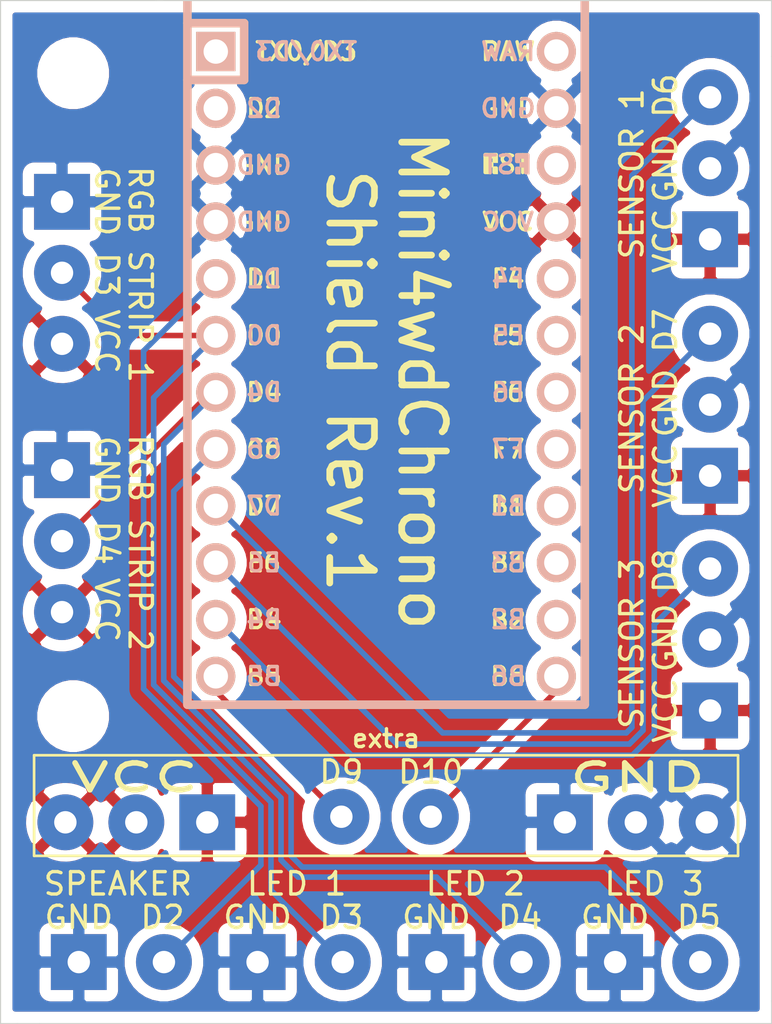
<source format=kicad_pcb>
(kicad_pcb (version 20171130) (host pcbnew "(5.1.5-0-10_14)")

  (general
    (thickness 1.6)
    (drawings 58)
    (tracks 51)
    (zones 0)
    (modules 16)
    (nets 23)
  )

  (page A4)
  (layers
    (0 F.Cu signal hide)
    (31 B.Cu signal hide)
    (32 B.Adhes user)
    (33 F.Adhes user)
    (34 B.Paste user)
    (35 F.Paste user)
    (36 B.SilkS user)
    (37 F.SilkS user)
    (38 B.Mask user)
    (39 F.Mask user)
    (40 Dwgs.User user hide)
    (41 Cmts.User user)
    (42 Eco1.User user)
    (43 Eco2.User user)
    (44 Edge.Cuts user)
    (45 Margin user)
    (46 B.CrtYd user)
    (47 F.CrtYd user)
    (48 B.Fab user)
    (49 F.Fab user hide)
  )

  (setup
    (last_trace_width 0.25)
    (trace_clearance 0.2)
    (zone_clearance 0.508)
    (zone_45_only no)
    (trace_min 0.2)
    (via_size 0.8)
    (via_drill 0.4)
    (via_min_size 0.4)
    (via_min_drill 0.3)
    (uvia_size 0.3)
    (uvia_drill 0.1)
    (uvias_allowed no)
    (uvia_min_size 0.2)
    (uvia_min_drill 0.1)
    (edge_width 0.05)
    (segment_width 0.2)
    (pcb_text_width 0.3)
    (pcb_text_size 1.5 1.5)
    (mod_edge_width 0.12)
    (mod_text_size 1 1)
    (mod_text_width 0.15)
    (pad_size 2.49936 2.49936)
    (pad_drill 1.00076)
    (pad_to_mask_clearance 0.051)
    (solder_mask_min_width 0.25)
    (aux_axis_origin 0 0)
    (visible_elements FFFFFF7F)
    (pcbplotparams
      (layerselection 0x010fc_ffffffff)
      (usegerberextensions true)
      (usegerberattributes false)
      (usegerberadvancedattributes false)
      (creategerberjobfile false)
      (excludeedgelayer true)
      (linewidth 0.100000)
      (plotframeref false)
      (viasonmask false)
      (mode 1)
      (useauxorigin false)
      (hpglpennumber 1)
      (hpglpenspeed 20)
      (hpglpendiameter 15.000000)
      (psnegative false)
      (psa4output false)
      (plotreference true)
      (plotvalue true)
      (plotinvisibletext false)
      (padsonsilk false)
      (subtractmaskfromsilk false)
      (outputformat 1)
      (mirror false)
      (drillshape 0)
      (scaleselection 1)
      (outputdirectory "gerber/"))
  )

  (net 0 "")
  (net 1 GND)
  (net 2 VCC)
  (net 3 "Net-(JS0-Pad3)")
  (net 4 "Net-(JS1-Pad3)")
  (net 5 "Net-(JS2-Pad3)")
  (net 6 "Net-(U0-Pad24)")
  (net 7 "Net-(U0-Pad22)")
  (net 8 "Net-(U0-Pad20)")
  (net 9 "Net-(U0-Pad19)")
  (net 10 "Net-(U0-Pad18)")
  (net 11 "Net-(U0-Pad17)")
  (net 12 "Net-(U0-Pad16)")
  (net 13 "Net-(U0-Pad15)")
  (net 14 "Net-(U0-Pad14)")
  (net 15 "Net-(U0-Pad2)")
  (net 16 "Net-(U0-Pad1)")
  (net 17 "Net-(JL0-Pad2)")
  (net 18 "Net-(JL1-Pad2)")
  (net 19 "Net-(JL2-Pad2)")
  (net 20 "Net-(JSPEAKER0-Pad2)")
  (net 21 "Net-(JPIN0-Pad1)")
  (net 22 "Net-(JPIN1-Pad1)")

  (net_class Default "This is the default net class."
    (clearance 0.2)
    (trace_width 0.25)
    (via_dia 0.8)
    (via_drill 0.4)
    (uvia_dia 0.3)
    (uvia_drill 0.1)
    (add_net GND)
    (add_net "Net-(JL0-Pad2)")
    (add_net "Net-(JL1-Pad2)")
    (add_net "Net-(JL2-Pad2)")
    (add_net "Net-(JPIN0-Pad1)")
    (add_net "Net-(JPIN1-Pad1)")
    (add_net "Net-(JS0-Pad3)")
    (add_net "Net-(JS1-Pad3)")
    (add_net "Net-(JS2-Pad3)")
    (add_net "Net-(JSPEAKER0-Pad2)")
    (add_net "Net-(U0-Pad1)")
    (add_net "Net-(U0-Pad14)")
    (add_net "Net-(U0-Pad15)")
    (add_net "Net-(U0-Pad16)")
    (add_net "Net-(U0-Pad17)")
    (add_net "Net-(U0-Pad18)")
    (add_net "Net-(U0-Pad19)")
    (add_net "Net-(U0-Pad2)")
    (add_net "Net-(U0-Pad20)")
    (add_net "Net-(U0-Pad22)")
    (add_net "Net-(U0-Pad24)")
    (add_net VCC)
  )

  (module MountingHole:MountingHole_2.2mm_M2 (layer F.Cu) (tedit 56D1B4CB) (tstamp 5E63FFB9)
    (at 160.5 102.75)
    (descr "Mounting Hole 2.2mm, no annular, M2")
    (tags "mounting hole 2.2mm no annular m2")
    (path /5E640F0D)
    (attr virtual)
    (fp_text reference H1 (at 0 -3.2) (layer F.SilkS) hide
      (effects (font (size 1 1) (thickness 0.15)))
    )
    (fp_text value MountingHole (at 0 3.2) (layer F.Fab)
      (effects (font (size 1 1) (thickness 0.15)))
    )
    (fp_circle (center 0 0) (end 2.45 0) (layer F.CrtYd) (width 0.05))
    (fp_circle (center 0 0) (end 2.2 0) (layer Cmts.User) (width 0.15))
    (fp_text user %R (at 0.3 0) (layer F.Fab)
      (effects (font (size 1 1) (thickness 0.15)))
    )
    (pad 1 np_thru_hole circle (at 0 0) (size 2.2 2.2) (drill 2.2) (layers *.Cu *.Mask))
  )

  (module MountingHole:MountingHole_2.2mm_M2 (layer F.Cu) (tedit 56D1B4CB) (tstamp 5E63FFB1)
    (at 160.5 74)
    (descr "Mounting Hole 2.2mm, no annular, M2")
    (tags "mounting hole 2.2mm no annular m2")
    (path /5E6408C2)
    (attr virtual)
    (fp_text reference H0 (at 0 -3.2) (layer F.SilkS) hide
      (effects (font (size 1 1) (thickness 0.15)))
    )
    (fp_text value MountingHole (at 0 3.2) (layer F.Fab)
      (effects (font (size 1 1) (thickness 0.15)))
    )
    (fp_circle (center 0 0) (end 2.45 0) (layer F.CrtYd) (width 0.05))
    (fp_circle (center 0 0) (end 2.2 0) (layer Cmts.User) (width 0.15))
    (fp_text user %R (at 0.3 0) (layer F.Fab)
      (effects (font (size 1 1) (thickness 0.15)))
    )
    (pad 1 np_thru_hole circle (at 0 0) (size 2.2 2.2) (drill 2.2) (layers *.Cu *.Mask))
  )

  (module Connector_Wire:SolderWirePad_1x01_Drill1mm (layer F.Cu) (tedit 5AEE5EBE) (tstamp 5E63D43D)
    (at 176.5 107.25)
    (descr "Wire solder connection")
    (tags connector)
    (path /5E66E582)
    (attr virtual)
    (fp_text reference JPIN1 (at 0 -3.81) (layer F.SilkS) hide
      (effects (font (size 1 1) (thickness 0.15)))
    )
    (fp_text value Conn_01x01_Female (at 0 3.175) (layer F.Fab)
      (effects (font (size 1 1) (thickness 0.15)))
    )
    (fp_line (start 1.75 1.75) (end -1.75 1.75) (layer F.CrtYd) (width 0.05))
    (fp_line (start 1.75 1.75) (end 1.75 -1.75) (layer F.CrtYd) (width 0.05))
    (fp_line (start -1.75 -1.75) (end -1.75 1.75) (layer F.CrtYd) (width 0.05))
    (fp_line (start -1.75 -1.75) (end 1.75 -1.75) (layer F.CrtYd) (width 0.05))
    (fp_text user %R (at 0 0) (layer F.Fab)
      (effects (font (size 1 1) (thickness 0.15)))
    )
    (pad 1 thru_hole circle (at 0 0) (size 2.49936 2.49936) (drill 1.00076) (layers *.Cu *.Mask)
      (net 22 "Net-(JPIN1-Pad1)"))
  )

  (module Connector_Wire:SolderWirePad_1x01_Drill1mm (layer F.Cu) (tedit 5AEE5EBE) (tstamp 5E63CF65)
    (at 172.5 107.25)
    (descr "Wire solder connection")
    (tags connector)
    (path /5E66D93E)
    (attr virtual)
    (fp_text reference JPIN0 (at 0 -3.81) (layer F.SilkS) hide
      (effects (font (size 1 1) (thickness 0.15)))
    )
    (fp_text value Conn_01x01_Female (at 0 3.175) (layer F.Fab)
      (effects (font (size 1 1) (thickness 0.15)))
    )
    (fp_line (start 1.75 1.75) (end -1.75 1.75) (layer F.CrtYd) (width 0.05))
    (fp_line (start 1.75 1.75) (end 1.75 -1.75) (layer F.CrtYd) (width 0.05))
    (fp_line (start -1.75 -1.75) (end -1.75 1.75) (layer F.CrtYd) (width 0.05))
    (fp_line (start -1.75 -1.75) (end 1.75 -1.75) (layer F.CrtYd) (width 0.05))
    (fp_text user %R (at 0 0) (layer F.Fab)
      (effects (font (size 1 1) (thickness 0.15)))
    )
    (pad 1 thru_hole circle (at 0 0) (size 2.49936 2.49936) (drill 1.00076) (layers *.Cu *.Mask)
      (net 21 "Net-(JPIN0-Pad1)"))
  )

  (module promicro:ArduinoProMicro (layer F.Cu) (tedit 5B307E4C) (tstamp 5E63E529)
    (at 174.5 87 270)
    (path /5E637F37)
    (fp_text reference U0 (at 0 1.625 90) (layer F.SilkS) hide
      (effects (font (size 1.27 1.524) (thickness 0.2032)))
    )
    (fp_text value ProMicro (at 0 0 90) (layer F.SilkS) hide
      (effects (font (size 1.27 1.524) (thickness 0.2032)))
    )
    (fp_line (start -15.24 6.35) (end -15.24 8.89) (layer F.SilkS) (width 0.381))
    (fp_line (start -15.24 6.35) (end -15.24 8.89) (layer B.SilkS) (width 0.381))
    (fp_line (start -19.304 -3.556) (end -14.224 -3.556) (layer Dwgs.User) (width 0.2))
    (fp_line (start -19.304 3.81) (end -19.304 -3.556) (layer Dwgs.User) (width 0.2))
    (fp_line (start -14.224 3.81) (end -19.304 3.81) (layer Dwgs.User) (width 0.2))
    (fp_line (start -14.224 -3.556) (end -14.224 3.81) (layer Dwgs.User) (width 0.2))
    (fp_line (start -17.78 8.89) (end -15.24 8.89) (layer F.SilkS) (width 0.381))
    (fp_line (start -17.78 -8.89) (end -17.78 8.89) (layer F.SilkS) (width 0.381))
    (fp_line (start -15.24 -8.89) (end -17.78 -8.89) (layer F.SilkS) (width 0.381))
    (fp_line (start -17.78 -8.89) (end -17.78 8.89) (layer B.SilkS) (width 0.381))
    (fp_line (start -17.78 8.89) (end 15.24 8.89) (layer B.SilkS) (width 0.381))
    (fp_line (start 15.24 8.89) (end 15.24 -8.89) (layer B.SilkS) (width 0.381))
    (fp_line (start 15.24 -8.89) (end -17.78 -8.89) (layer B.SilkS) (width 0.381))
    (fp_poly (pts (xy -9.35097 -5.844635) (xy -9.25097 -5.844635) (xy -9.25097 -6.344635) (xy -9.35097 -6.344635)) (layer B.SilkS) (width 0.15))
    (fp_poly (pts (xy -9.35097 -5.844635) (xy -9.05097 -5.844635) (xy -9.05097 -5.944635) (xy -9.35097 -5.944635)) (layer B.SilkS) (width 0.15))
    (fp_poly (pts (xy -8.75097 -5.844635) (xy -8.55097 -5.844635) (xy -8.55097 -5.944635) (xy -8.75097 -5.944635)) (layer B.SilkS) (width 0.15))
    (fp_poly (pts (xy -9.35097 -6.244635) (xy -8.55097 -6.244635) (xy -8.55097 -6.344635) (xy -9.35097 -6.344635)) (layer B.SilkS) (width 0.15))
    (fp_poly (pts (xy -8.95097 -6.044635) (xy -8.85097 -6.044635) (xy -8.85097 -6.144635) (xy -8.95097 -6.144635)) (layer B.SilkS) (width 0.15))
    (fp_text user ST (at -8.91 -5.04) (layer B.SilkS)
      (effects (font (size 0.8 0.8) (thickness 0.15)) (justify mirror))
    )
    (fp_poly (pts (xy -8.76064 -4.931568) (xy -8.56064 -4.931568) (xy -8.56064 -4.831568) (xy -8.76064 -4.831568)) (layer F.SilkS) (width 0.15))
    (fp_poly (pts (xy -9.36064 -4.531568) (xy -8.56064 -4.531568) (xy -8.56064 -4.431568) (xy -9.36064 -4.431568)) (layer F.SilkS) (width 0.15))
    (fp_poly (pts (xy -9.36064 -4.931568) (xy -9.26064 -4.931568) (xy -9.26064 -4.431568) (xy -9.36064 -4.431568)) (layer F.SilkS) (width 0.15))
    (fp_poly (pts (xy -8.96064 -4.731568) (xy -8.86064 -4.731568) (xy -8.86064 -4.631568) (xy -8.96064 -4.631568)) (layer F.SilkS) (width 0.15))
    (fp_poly (pts (xy -9.36064 -4.931568) (xy -9.06064 -4.931568) (xy -9.06064 -4.831568) (xy -9.36064 -4.831568)) (layer F.SilkS) (width 0.15))
    (fp_line (start -12.7 6.35) (end -12.7 8.89) (layer F.SilkS) (width 0.381))
    (fp_line (start -15.24 6.35) (end -12.7 6.35) (layer F.SilkS) (width 0.381))
    (fp_line (start 15.24 -8.89) (end -15.24 -8.89) (layer F.SilkS) (width 0.381))
    (fp_line (start 15.24 8.89) (end 15.24 -8.89) (layer F.SilkS) (width 0.381))
    (fp_line (start -15.24 8.89) (end 15.24 8.89) (layer F.SilkS) (width 0.381))
    (fp_text user TX0/D3 (at -13.97 3.571872) (layer F.SilkS)
      (effects (font (size 0.8 0.8) (thickness 0.15)))
    )
    (fp_text user TX0/D3 (at -13.97 3.571872) (layer B.SilkS)
      (effects (font (size 0.8 0.8) (thickness 0.15)) (justify mirror))
    )
    (fp_text user D2 (at -11.43 5.461) (layer F.SilkS)
      (effects (font (size 0.8 0.8) (thickness 0.15)))
    )
    (fp_text user D0 (at -1.27 5.461) (layer F.SilkS)
      (effects (font (size 0.8 0.8) (thickness 0.15)))
    )
    (fp_text user D1 (at -3.81 5.461) (layer F.SilkS)
      (effects (font (size 0.8 0.8) (thickness 0.15)))
    )
    (fp_text user GND (at -6.35 5.461) (layer F.SilkS)
      (effects (font (size 0.8 0.8) (thickness 0.15)))
    )
    (fp_text user GND (at -8.89 5.461) (layer F.SilkS)
      (effects (font (size 0.8 0.8) (thickness 0.15)))
    )
    (fp_text user D4 (at 1.27 5.461) (layer F.SilkS)
      (effects (font (size 0.8 0.8) (thickness 0.15)))
    )
    (fp_text user C6 (at 3.81 5.461) (layer F.SilkS)
      (effects (font (size 0.8 0.8) (thickness 0.15)))
    )
    (fp_text user D7 (at 6.35 5.461) (layer F.SilkS)
      (effects (font (size 0.8 0.8) (thickness 0.15)))
    )
    (fp_text user E6 (at 8.89 5.461) (layer F.SilkS)
      (effects (font (size 0.8 0.8) (thickness 0.15)))
    )
    (fp_text user B4 (at 11.43 5.461) (layer F.SilkS)
      (effects (font (size 0.8 0.8) (thickness 0.15)))
    )
    (fp_text user B5 (at 13.97 5.461) (layer F.SilkS)
      (effects (font (size 0.8 0.8) (thickness 0.15)))
    )
    (fp_text user B6 (at 13.97 -5.461) (layer F.SilkS)
      (effects (font (size 0.8 0.8) (thickness 0.15)))
    )
    (fp_text user B2 (at 11.43 -5.461) (layer B.SilkS)
      (effects (font (size 0.8 0.8) (thickness 0.15)) (justify mirror))
    )
    (fp_text user B3 (at 8.89 -5.461) (layer F.SilkS)
      (effects (font (size 0.8 0.8) (thickness 0.15)))
    )
    (fp_text user B1 (at 6.35 -5.461) (layer F.SilkS)
      (effects (font (size 0.8 0.8) (thickness 0.15)))
    )
    (fp_text user F7 (at 3.81 -5.461) (layer B.SilkS)
      (effects (font (size 0.8 0.8) (thickness 0.15)) (justify mirror))
    )
    (fp_text user F6 (at 1.27 -5.461) (layer B.SilkS)
      (effects (font (size 0.8 0.8) (thickness 0.15)) (justify mirror))
    )
    (fp_text user F5 (at -1.27 -5.461) (layer B.SilkS)
      (effects (font (size 0.8 0.8) (thickness 0.15)) (justify mirror))
    )
    (fp_text user F4 (at -3.81 -5.461) (layer F.SilkS)
      (effects (font (size 0.8 0.8) (thickness 0.15)))
    )
    (fp_text user VCC (at -6.35 -5.461) (layer F.SilkS)
      (effects (font (size 0.8 0.8) (thickness 0.15)))
    )
    (fp_text user ST (at -8.92 -5.73312) (layer F.SilkS)
      (effects (font (size 0.8 0.8) (thickness 0.15)))
    )
    (fp_text user GND (at -11.43 -5.461) (layer F.SilkS)
      (effects (font (size 0.8 0.8) (thickness 0.15)))
    )
    (fp_text user RAW (at -13.97 -5.461) (layer F.SilkS)
      (effects (font (size 0.8 0.8) (thickness 0.15)))
    )
    (fp_text user RAW (at -13.97 -5.461) (layer B.SilkS)
      (effects (font (size 0.8 0.8) (thickness 0.15)) (justify mirror))
    )
    (fp_text user GND (at -11.43 -5.461) (layer B.SilkS)
      (effects (font (size 0.8 0.8) (thickness 0.15)) (justify mirror))
    )
    (fp_text user VCC (at -6.35 -5.461) (layer B.SilkS)
      (effects (font (size 0.8 0.8) (thickness 0.15)) (justify mirror))
    )
    (fp_text user F4 (at -3.81 -5.461) (layer B.SilkS)
      (effects (font (size 0.8 0.8) (thickness 0.15)) (justify mirror))
    )
    (fp_text user F5 (at -1.27 -5.461) (layer F.SilkS)
      (effects (font (size 0.8 0.8) (thickness 0.15)))
    )
    (fp_text user F6 (at 1.27 -5.461) (layer F.SilkS)
      (effects (font (size 0.8 0.8) (thickness 0.15)))
    )
    (fp_text user F7 (at 3.81 -5.461) (layer F.SilkS)
      (effects (font (size 0.8 0.8) (thickness 0.15)))
    )
    (fp_text user B1 (at 6.35 -5.461) (layer B.SilkS)
      (effects (font (size 0.8 0.8) (thickness 0.15)) (justify mirror))
    )
    (fp_text user B3 (at 8.89 -5.461) (layer B.SilkS)
      (effects (font (size 0.8 0.8) (thickness 0.15)) (justify mirror))
    )
    (fp_text user B2 (at 11.43 -5.461) (layer F.SilkS)
      (effects (font (size 0.8 0.8) (thickness 0.15)))
    )
    (fp_text user B6 (at 13.97 -5.461) (layer B.SilkS)
      (effects (font (size 0.8 0.8) (thickness 0.15)) (justify mirror))
    )
    (fp_text user B5 (at 13.97 5.461) (layer B.SilkS)
      (effects (font (size 0.8 0.8) (thickness 0.15)) (justify mirror))
    )
    (fp_text user B4 (at 11.43 5.461) (layer B.SilkS)
      (effects (font (size 0.8 0.8) (thickness 0.15)) (justify mirror))
    )
    (fp_text user E6 (at 8.89 5.461) (layer B.SilkS)
      (effects (font (size 0.8 0.8) (thickness 0.15)) (justify mirror))
    )
    (fp_text user D7 (at 6.35 5.461) (layer B.SilkS)
      (effects (font (size 0.8 0.8) (thickness 0.15)) (justify mirror))
    )
    (fp_text user C6 (at 3.81 5.461) (layer B.SilkS)
      (effects (font (size 0.8 0.8) (thickness 0.15)) (justify mirror))
    )
    (fp_text user D4 (at 1.27 5.461) (layer B.SilkS)
      (effects (font (size 0.8 0.8) (thickness 0.15)) (justify mirror))
    )
    (fp_text user GND (at -8.89 5.461) (layer B.SilkS)
      (effects (font (size 0.8 0.8) (thickness 0.15)) (justify mirror))
    )
    (fp_text user GND (at -6.35 5.461) (layer B.SilkS)
      (effects (font (size 0.8 0.8) (thickness 0.15)) (justify mirror))
    )
    (fp_text user D1 (at -3.81 5.461) (layer B.SilkS)
      (effects (font (size 0.8 0.8) (thickness 0.15)) (justify mirror))
    )
    (fp_text user D0 (at -1.27 5.461) (layer B.SilkS)
      (effects (font (size 0.8 0.8) (thickness 0.15)) (justify mirror))
    )
    (fp_text user D2 (at -11.43 5.461) (layer B.SilkS)
      (effects (font (size 0.8 0.8) (thickness 0.15)) (justify mirror))
    )
    (fp_line (start -15.24 6.35) (end -12.7 6.35) (layer B.SilkS) (width 0.381))
    (fp_line (start -12.7 6.35) (end -12.7 8.89) (layer B.SilkS) (width 0.381))
    (pad 24 thru_hole circle (at -13.97 -7.62 270) (size 1.7526 1.7526) (drill 1.0922) (layers *.Cu *.SilkS *.Mask)
      (net 6 "Net-(U0-Pad24)"))
    (pad 12 thru_hole circle (at 13.97 7.62 270) (size 1.7526 1.7526) (drill 1.0922) (layers *.Cu *.SilkS *.Mask)
      (net 21 "Net-(JPIN0-Pad1)"))
    (pad 23 thru_hole circle (at -11.43 -7.62 270) (size 1.7526 1.7526) (drill 1.0922) (layers *.Cu *.SilkS *.Mask)
      (net 1 GND))
    (pad 22 thru_hole circle (at -8.89 -7.62 270) (size 1.7526 1.7526) (drill 1.0922) (layers *.Cu *.SilkS *.Mask)
      (net 7 "Net-(U0-Pad22)"))
    (pad 21 thru_hole circle (at -6.35 -7.62 270) (size 1.7526 1.7526) (drill 1.0922) (layers *.Cu *.SilkS *.Mask)
      (net 2 VCC))
    (pad 20 thru_hole circle (at -3.81 -7.62 270) (size 1.7526 1.7526) (drill 1.0922) (layers *.Cu *.SilkS *.Mask)
      (net 8 "Net-(U0-Pad20)"))
    (pad 19 thru_hole circle (at -1.27 -7.62 270) (size 1.7526 1.7526) (drill 1.0922) (layers *.Cu *.SilkS *.Mask)
      (net 9 "Net-(U0-Pad19)"))
    (pad 18 thru_hole circle (at 1.27 -7.62 270) (size 1.7526 1.7526) (drill 1.0922) (layers *.Cu *.SilkS *.Mask)
      (net 10 "Net-(U0-Pad18)"))
    (pad 17 thru_hole circle (at 3.81 -7.62 270) (size 1.7526 1.7526) (drill 1.0922) (layers *.Cu *.SilkS *.Mask)
      (net 11 "Net-(U0-Pad17)"))
    (pad 16 thru_hole circle (at 6.35 -7.62 270) (size 1.7526 1.7526) (drill 1.0922) (layers *.Cu *.SilkS *.Mask)
      (net 12 "Net-(U0-Pad16)"))
    (pad 15 thru_hole circle (at 8.89 -7.62 270) (size 1.7526 1.7526) (drill 1.0922) (layers *.Cu *.SilkS *.Mask)
      (net 13 "Net-(U0-Pad15)"))
    (pad 14 thru_hole circle (at 11.43 -7.62 270) (size 1.7526 1.7526) (drill 1.0922) (layers *.Cu *.SilkS *.Mask)
      (net 14 "Net-(U0-Pad14)"))
    (pad 13 thru_hole circle (at 13.97 -7.62 270) (size 1.7526 1.7526) (drill 1.0922) (layers *.Cu *.SilkS *.Mask)
      (net 22 "Net-(JPIN1-Pad1)"))
    (pad 11 thru_hole circle (at 11.43 7.62 270) (size 1.7526 1.7526) (drill 1.0922) (layers *.Cu *.SilkS *.Mask)
      (net 5 "Net-(JS2-Pad3)"))
    (pad 10 thru_hole circle (at 8.89 7.62 270) (size 1.7526 1.7526) (drill 1.0922) (layers *.Cu *.SilkS *.Mask)
      (net 4 "Net-(JS1-Pad3)"))
    (pad 9 thru_hole circle (at 6.35 7.62 270) (size 1.7526 1.7526) (drill 1.0922) (layers *.Cu *.SilkS *.Mask)
      (net 3 "Net-(JS0-Pad3)"))
    (pad 8 thru_hole circle (at 3.81 7.62 270) (size 1.7526 1.7526) (drill 1.0922) (layers *.Cu *.SilkS *.Mask)
      (net 19 "Net-(JL2-Pad2)"))
    (pad 7 thru_hole circle (at 1.27 7.62 270) (size 1.7526 1.7526) (drill 1.0922) (layers *.Cu *.SilkS *.Mask)
      (net 18 "Net-(JL1-Pad2)"))
    (pad 6 thru_hole circle (at -1.27 7.62 270) (size 1.7526 1.7526) (drill 1.0922) (layers *.Cu *.SilkS *.Mask)
      (net 17 "Net-(JL0-Pad2)"))
    (pad 5 thru_hole circle (at -3.81 7.62 270) (size 1.7526 1.7526) (drill 1.0922) (layers *.Cu *.SilkS *.Mask)
      (net 20 "Net-(JSPEAKER0-Pad2)"))
    (pad 4 thru_hole circle (at -6.35 7.62 270) (size 1.7526 1.7526) (drill 1.0922) (layers *.Cu *.SilkS *.Mask)
      (net 1 GND))
    (pad 3 thru_hole circle (at -8.89 7.62 270) (size 1.7526 1.7526) (drill 1.0922) (layers *.Cu *.SilkS *.Mask)
      (net 1 GND))
    (pad 2 thru_hole circle (at -11.43 7.62 270) (size 1.7526 1.7526) (drill 1.0922) (layers *.Cu *.SilkS *.Mask)
      (net 15 "Net-(U0-Pad2)"))
    (pad 1 thru_hole rect (at -13.97 7.62 270) (size 1.7526 1.7526) (drill 1.0922) (layers *.Cu *.SilkS *.Mask)
      (net 16 "Net-(U0-Pad1)"))
    (model /Users/danny/Documents/proj/custom-keyboard/kicad-libs/3d_models/ArduinoProMicro.wrl
      (offset (xyz -13.96999979019165 -7.619999885559082 -5.841999912261963))
      (scale (xyz 0.395 0.395 0.395))
      (rotate (xyz 90 180 180))
    )
  )

  (module Connector_Wire:SolderWirePad_1x03_P3.175mm_Drill1mm (layer F.Cu) (tedit 5AEE5F67) (tstamp 5E63D41E)
    (at 166.5 107.5 180)
    (descr "Wire solder connection")
    (tags connector)
    (path /5E6468D3)
    (attr virtual)
    (fp_text reference JVCC0 (at 3.175 -3.81) (layer F.SilkS) hide
      (effects (font (size 1 1) (thickness 0.15)))
    )
    (fp_text value Conn_01x03_Female (at 3.175 3.175) (layer F.Fab)
      (effects (font (size 1 1) (thickness 0.15)))
    )
    (fp_line (start 8.1 1.75) (end -1.74 1.75) (layer F.CrtYd) (width 0.05))
    (fp_line (start 8.1 1.75) (end 8.1 -1.75) (layer F.CrtYd) (width 0.05))
    (fp_line (start -1.74 -1.75) (end -1.74 1.75) (layer F.CrtYd) (width 0.05))
    (fp_line (start -1.74 -1.75) (end 8.1 -1.75) (layer F.CrtYd) (width 0.05))
    (fp_text user %R (at 3.175 0) (layer F.Fab)
      (effects (font (size 1 1) (thickness 0.15)))
    )
    (pad 3 thru_hole circle (at 6.35 0 180) (size 2.49936 2.49936) (drill 1.00076) (layers *.Cu *.Mask)
      (net 2 VCC))
    (pad 2 thru_hole circle (at 3.175 0 180) (size 2.49936 2.49936) (drill 1.00076) (layers *.Cu *.Mask)
      (net 2 VCC))
    (pad 1 thru_hole rect (at 0 0 180) (size 2.49936 2.49936) (drill 1.00076) (layers *.Cu *.Mask)
      (net 2 VCC))
  )

  (module Connector_Wire:SolderWirePad_1x02_P3.81mm_Drill1mm (layer F.Cu) (tedit 5AEE5F04) (tstamp 5E63D326)
    (at 160.75 113.75)
    (descr "Wire solder connection")
    (tags connector)
    (path /5E640A6C)
    (attr virtual)
    (fp_text reference JSPEAKER0 (at 1.905 -3.81) (layer F.SilkS) hide
      (effects (font (size 1 1) (thickness 0.15)))
    )
    (fp_text value Conn_01x02_Female (at 1.905 3.81) (layer F.Fab)
      (effects (font (size 1 1) (thickness 0.15)))
    )
    (fp_line (start 5.56 1.75) (end -1.74 1.75) (layer F.CrtYd) (width 0.05))
    (fp_line (start 5.56 1.75) (end 5.56 -1.75) (layer F.CrtYd) (width 0.05))
    (fp_line (start -1.74 -1.75) (end -1.74 1.75) (layer F.CrtYd) (width 0.05))
    (fp_line (start -1.74 -1.75) (end 5.56 -1.75) (layer F.CrtYd) (width 0.05))
    (fp_text user %R (at 1.905 0) (layer F.Fab)
      (effects (font (size 1 1) (thickness 0.15)))
    )
    (pad 2 thru_hole circle (at 3.81 0) (size 2.49936 2.49936) (drill 1.00076) (layers *.Cu *.Mask)
      (net 20 "Net-(JSPEAKER0-Pad2)"))
    (pad 1 thru_hole rect (at 0 0) (size 2.49936 2.49936) (drill 1.00076) (layers *.Cu *.Mask)
      (net 1 GND))
  )

  (module Connector_Wire:SolderWirePad_1x03_P3.175mm_Drill1mm (layer F.Cu) (tedit 5AEE5F67) (tstamp 5E63E4A8)
    (at 189 102.5 90)
    (descr "Wire solder connection")
    (tags connector)
    (path /5E63CED1)
    (attr virtual)
    (fp_text reference JS2 (at 3.175 -3.81 90) (layer F.SilkS) hide
      (effects (font (size 1 1) (thickness 0.15)))
    )
    (fp_text value Conn_01x03_Female (at 3.175 3.175 90) (layer F.Fab)
      (effects (font (size 1 1) (thickness 0.15)))
    )
    (fp_line (start 8.1 1.75) (end -1.74 1.75) (layer F.CrtYd) (width 0.05))
    (fp_line (start 8.1 1.75) (end 8.1 -1.75) (layer F.CrtYd) (width 0.05))
    (fp_line (start -1.74 -1.75) (end -1.74 1.75) (layer F.CrtYd) (width 0.05))
    (fp_line (start -1.74 -1.75) (end 8.1 -1.75) (layer F.CrtYd) (width 0.05))
    (fp_text user %R (at 3.175 0 90) (layer F.Fab)
      (effects (font (size 1 1) (thickness 0.15)))
    )
    (pad 3 thru_hole circle (at 6.35 0 90) (size 2.49936 2.49936) (drill 1.00076) (layers *.Cu *.Mask)
      (net 5 "Net-(JS2-Pad3)"))
    (pad 2 thru_hole circle (at 3.175 0 90) (size 2.49936 2.49936) (drill 1.00076) (layers *.Cu *.Mask)
      (net 1 GND))
    (pad 1 thru_hole rect (at 0 0 90) (size 2.49936 2.49936) (drill 1.00076) (layers *.Cu *.Mask)
      (net 2 VCC))
  )

  (module Connector_Wire:SolderWirePad_1x03_P3.175mm_Drill1mm (layer F.Cu) (tedit 5AEE5F67) (tstamp 5E63E49C)
    (at 189 92 90)
    (descr "Wire solder connection")
    (tags connector)
    (path /5E63C41C)
    (attr virtual)
    (fp_text reference JS1 (at 3.175 -3.81 90) (layer F.SilkS) hide
      (effects (font (size 1 1) (thickness 0.15)))
    )
    (fp_text value Conn_01x03_Female (at 3.175 3.175 90) (layer F.Fab)
      (effects (font (size 1 1) (thickness 0.15)))
    )
    (fp_line (start 8.1 1.75) (end -1.74 1.75) (layer F.CrtYd) (width 0.05))
    (fp_line (start 8.1 1.75) (end 8.1 -1.75) (layer F.CrtYd) (width 0.05))
    (fp_line (start -1.74 -1.75) (end -1.74 1.75) (layer F.CrtYd) (width 0.05))
    (fp_line (start -1.74 -1.75) (end 8.1 -1.75) (layer F.CrtYd) (width 0.05))
    (fp_text user %R (at 3.175 0 90) (layer F.Fab)
      (effects (font (size 1 1) (thickness 0.15)))
    )
    (pad 3 thru_hole circle (at 6.35 0 90) (size 2.49936 2.49936) (drill 1.00076) (layers *.Cu *.Mask)
      (net 4 "Net-(JS1-Pad3)"))
    (pad 2 thru_hole circle (at 3.175 0 90) (size 2.49936 2.49936) (drill 1.00076) (layers *.Cu *.Mask)
      (net 1 GND))
    (pad 1 thru_hole rect (at 0 0 90) (size 2.49936 2.49936) (drill 1.00076) (layers *.Cu *.Mask)
      (net 2 VCC))
  )

  (module Connector_Wire:SolderWirePad_1x03_P3.175mm_Drill1mm (layer F.Cu) (tedit 5AEE5F67) (tstamp 5E63E490)
    (at 189 81.425 90)
    (descr "Wire solder connection")
    (tags connector)
    (path /5E63B839)
    (attr virtual)
    (fp_text reference JS0 (at 3.175 -3.81 90) (layer F.SilkS) hide
      (effects (font (size 1 1) (thickness 0.15)))
    )
    (fp_text value Conn_01x03_Female (at 3.175 3.175 90) (layer F.Fab)
      (effects (font (size 1 1) (thickness 0.15)))
    )
    (fp_line (start 8.1 1.75) (end -1.74 1.75) (layer F.CrtYd) (width 0.05))
    (fp_line (start 8.1 1.75) (end 8.1 -1.75) (layer F.CrtYd) (width 0.05))
    (fp_line (start -1.74 -1.75) (end -1.74 1.75) (layer F.CrtYd) (width 0.05))
    (fp_line (start -1.74 -1.75) (end 8.1 -1.75) (layer F.CrtYd) (width 0.05))
    (fp_text user %R (at 3.175 0 90) (layer F.Fab)
      (effects (font (size 1 1) (thickness 0.15)))
    )
    (pad 3 thru_hole circle (at 6.35 0 90) (size 2.49936 2.49936) (drill 1.00076) (layers *.Cu *.Mask)
      (net 3 "Net-(JS0-Pad3)"))
    (pad 2 thru_hole circle (at 3.175 0 90) (size 2.49936 2.49936) (drill 1.00076) (layers *.Cu *.Mask)
      (net 1 GND))
    (pad 1 thru_hole rect (at 0 0 90) (size 2.49936 2.49936) (drill 1.00076) (layers *.Cu *.Mask)
      (net 2 VCC))
  )

  (module Connector_Wire:SolderWirePad_1x03_P3.175mm_Drill1mm (layer F.Cu) (tedit 5AEE5F67) (tstamp 5E63E484)
    (at 160 91.75 270)
    (descr "Wire solder connection")
    (tags connector)
    (path /5E63E1AD)
    (attr virtual)
    (fp_text reference JRGB1 (at 3.175 -3.81 90) (layer F.SilkS) hide
      (effects (font (size 1 1) (thickness 0.15)))
    )
    (fp_text value Conn_01x03_Female (at 3.175 3.175 90) (layer F.Fab)
      (effects (font (size 1 1) (thickness 0.15)))
    )
    (fp_line (start 8.1 1.75) (end -1.74 1.75) (layer F.CrtYd) (width 0.05))
    (fp_line (start 8.1 1.75) (end 8.1 -1.75) (layer F.CrtYd) (width 0.05))
    (fp_line (start -1.74 -1.75) (end -1.74 1.75) (layer F.CrtYd) (width 0.05))
    (fp_line (start -1.74 -1.75) (end 8.1 -1.75) (layer F.CrtYd) (width 0.05))
    (fp_text user %R (at 3.175 0 90) (layer F.Fab)
      (effects (font (size 1 1) (thickness 0.15)))
    )
    (pad 3 thru_hole circle (at 6.35 0 270) (size 2.49936 2.49936) (drill 1.00076) (layers *.Cu *.Mask)
      (net 2 VCC))
    (pad 2 thru_hole circle (at 3.175 0 270) (size 2.49936 2.49936) (drill 1.00076) (layers *.Cu *.Mask)
      (net 18 "Net-(JL1-Pad2)"))
    (pad 1 thru_hole rect (at 0 0 270) (size 2.49936 2.49936) (drill 1.00076) (layers *.Cu *.Mask)
      (net 1 GND))
  )

  (module Connector_Wire:SolderWirePad_1x03_P3.175mm_Drill1mm (layer F.Cu) (tedit 5E639DA1) (tstamp 5E640295)
    (at 160 79.75 270)
    (descr "Wire solder connection")
    (tags connector)
    (path /5E63D627)
    (attr virtual)
    (fp_text reference JRGB0 (at 3.175 -3.81 90) (layer F.SilkS) hide
      (effects (font (size 1 1) (thickness 0.15)))
    )
    (fp_text value Conn_01x03_Female (at 3.175 3.175 90) (layer F.Fab)
      (effects (font (size 1 1) (thickness 0.15)))
    )
    (fp_line (start 8.1 1.75) (end -1.74 1.75) (layer F.CrtYd) (width 0.05))
    (fp_line (start 8.1 1.75) (end 8.1 -1.75) (layer F.CrtYd) (width 0.05))
    (fp_line (start -1.74 -1.75) (end -1.74 1.75) (layer F.CrtYd) (width 0.05))
    (fp_line (start -1.74 -1.75) (end 8.1 -1.75) (layer F.CrtYd) (width 0.05))
    (fp_text user %R (at 3.175 0 90) (layer F.Fab)
      (effects (font (size 1 1) (thickness 0.15)))
    )
    (pad 3 thru_hole circle (at 6.35 0 270) (size 2.49936 2.49936) (drill 1.00076) (layers *.Cu *.Mask)
      (net 2 VCC))
    (pad 2 thru_hole circle (at 3.175 0 270) (size 2.49936 2.49936) (drill 1.00076) (layers *.Cu *.Mask)
      (net 17 "Net-(JL0-Pad2)"))
    (pad 1 thru_hole rect (at 0 0 270) (size 2.49936 2.49936) (drill 1.00076) (layers *.Cu *.Mask)
      (net 1 GND))
  )

  (module Connector_Wire:SolderWirePad_1x02_P3.81mm_Drill1mm (layer F.Cu) (tedit 5AEE5F04) (tstamp 5E63D308)
    (at 184.75 113.75)
    (descr "Wire solder connection")
    (tags connector)
    (path /5E64015B)
    (attr virtual)
    (fp_text reference JL2 (at 1.905 -3.81) (layer F.SilkS) hide
      (effects (font (size 1 1) (thickness 0.15)))
    )
    (fp_text value Conn_01x02_Female (at 1.905 3.81) (layer F.Fab)
      (effects (font (size 1 1) (thickness 0.15)))
    )
    (fp_line (start 5.56 1.75) (end -1.74 1.75) (layer F.CrtYd) (width 0.05))
    (fp_line (start 5.56 1.75) (end 5.56 -1.75) (layer F.CrtYd) (width 0.05))
    (fp_line (start -1.74 -1.75) (end -1.74 1.75) (layer F.CrtYd) (width 0.05))
    (fp_line (start -1.74 -1.75) (end 5.56 -1.75) (layer F.CrtYd) (width 0.05))
    (fp_text user %R (at 1.905 0) (layer F.Fab)
      (effects (font (size 1 1) (thickness 0.15)))
    )
    (pad 2 thru_hole circle (at 3.81 0) (size 2.49936 2.49936) (drill 1.00076) (layers *.Cu *.Mask)
      (net 19 "Net-(JL2-Pad2)"))
    (pad 1 thru_hole rect (at 0 0) (size 2.49936 2.49936) (drill 1.00076) (layers *.Cu *.Mask)
      (net 1 GND))
  )

  (module Connector_Wire:SolderWirePad_1x02_P3.81mm_Drill1mm (layer F.Cu) (tedit 5AEE5F04) (tstamp 5E63D2EA)
    (at 176.75 113.75)
    (descr "Wire solder connection")
    (tags connector)
    (path /5E63F977)
    (attr virtual)
    (fp_text reference JL1 (at 1.905 -3.81) (layer F.SilkS) hide
      (effects (font (size 1 1) (thickness 0.15)))
    )
    (fp_text value Conn_01x02_Female (at 1.905 3.81) (layer F.Fab)
      (effects (font (size 1 1) (thickness 0.15)))
    )
    (fp_line (start 5.56 1.75) (end -1.74 1.75) (layer F.CrtYd) (width 0.05))
    (fp_line (start 5.56 1.75) (end 5.56 -1.75) (layer F.CrtYd) (width 0.05))
    (fp_line (start -1.74 -1.75) (end -1.74 1.75) (layer F.CrtYd) (width 0.05))
    (fp_line (start -1.74 -1.75) (end 5.56 -1.75) (layer F.CrtYd) (width 0.05))
    (fp_text user %R (at 1.905 0) (layer F.Fab)
      (effects (font (size 1 1) (thickness 0.15)))
    )
    (pad 2 thru_hole circle (at 3.81 0) (size 2.49936 2.49936) (drill 1.00076) (layers *.Cu *.Mask)
      (net 18 "Net-(JL1-Pad2)"))
    (pad 1 thru_hole rect (at 0 0) (size 2.49936 2.49936) (drill 1.00076) (layers *.Cu *.Mask)
      (net 1 GND))
  )

  (module Connector_Wire:SolderWirePad_1x02_P3.81mm_Drill1mm (layer F.Cu) (tedit 5AEE5F04) (tstamp 5E63D2CC)
    (at 168.75 113.75)
    (descr "Wire solder connection")
    (tags connector)
    (path /5E63EBB8)
    (attr virtual)
    (fp_text reference JL0 (at 1.905 -3.81) (layer F.SilkS) hide
      (effects (font (size 1 1) (thickness 0.15)))
    )
    (fp_text value Conn_01x02_Female (at 1.905 3.81) (layer F.Fab)
      (effects (font (size 1 1) (thickness 0.15)))
    )
    (fp_line (start 5.56 1.75) (end -1.74 1.75) (layer F.CrtYd) (width 0.05))
    (fp_line (start 5.56 1.75) (end 5.56 -1.75) (layer F.CrtYd) (width 0.05))
    (fp_line (start -1.74 -1.75) (end -1.74 1.75) (layer F.CrtYd) (width 0.05))
    (fp_line (start -1.74 -1.75) (end 5.56 -1.75) (layer F.CrtYd) (width 0.05))
    (fp_text user %R (at 1.905 0) (layer F.Fab)
      (effects (font (size 1 1) (thickness 0.15)))
    )
    (pad 2 thru_hole circle (at 3.81 0) (size 2.49936 2.49936) (drill 1.00076) (layers *.Cu *.Mask)
      (net 17 "Net-(JL0-Pad2)"))
    (pad 1 thru_hole rect (at 0 0) (size 2.49936 2.49936) (drill 1.00076) (layers *.Cu *.Mask)
      (net 1 GND))
  )

  (module Connector_Wire:SolderWirePad_1x03_P3.175mm_Drill1mm (layer F.Cu) (tedit 5AEE5F67) (tstamp 5E63CF25)
    (at 182.5 107.5)
    (descr "Wire solder connection")
    (tags connector)
    (path /5E645A68)
    (attr virtual)
    (fp_text reference JGND0 (at 3.175 -3.81) (layer F.SilkS) hide
      (effects (font (size 1 1) (thickness 0.15)))
    )
    (fp_text value Conn_01x03_Female (at 3.175 3.175) (layer F.Fab)
      (effects (font (size 1 1) (thickness 0.15)))
    )
    (fp_line (start 8.1 1.75) (end -1.74 1.75) (layer F.CrtYd) (width 0.05))
    (fp_line (start 8.1 1.75) (end 8.1 -1.75) (layer F.CrtYd) (width 0.05))
    (fp_line (start -1.74 -1.75) (end -1.74 1.75) (layer F.CrtYd) (width 0.05))
    (fp_line (start -1.74 -1.75) (end 8.1 -1.75) (layer F.CrtYd) (width 0.05))
    (fp_text user %R (at 3.175 0) (layer F.Fab)
      (effects (font (size 1 1) (thickness 0.15)))
    )
    (pad 3 thru_hole circle (at 6.35 0) (size 2.49936 2.49936) (drill 1.00076) (layers *.Cu *.Mask)
      (net 1 GND))
    (pad 2 thru_hole circle (at 3.175 0) (size 2.49936 2.49936) (drill 1.00076) (layers *.Cu *.Mask)
      (net 1 GND))
    (pad 1 thru_hole rect (at 0 0) (size 2.49936 2.49936) (drill 1.00076) (layers *.Cu *.Mask)
      (net 1 GND))
  )

  (gr_text extra (at 174.5 103.75) (layer F.SilkS)
    (effects (font (size 0.8 0.8) (thickness 0.15)))
  )
  (gr_line (start 158.75 104.5) (end 158.75 109) (layer F.SilkS) (width 0.12) (tstamp 5E64EB2E))
  (gr_line (start 190.25 104.5) (end 158.75 104.5) (layer F.SilkS) (width 0.12))
  (gr_line (start 190.25 109) (end 190.25 104.5) (layer F.SilkS) (width 0.12))
  (gr_line (start 158.75 109) (end 190.25 109) (layer F.SilkS) (width 0.12))
  (gr_line (start 157.25 99.75) (end 157.25 116.5) (layer Edge.Cuts) (width 0.05))
  (gr_line (start 164.5 70.75) (end 164.25 70.75) (layer Edge.Cuts) (width 0.05) (tstamp 5E63D7B9))
  (gr_line (start 157.25 70.75) (end 164.5 70.75) (layer Edge.Cuts) (width 0.05))
  (gr_line (start 157.25 74.25) (end 157.25 70.75) (layer Edge.Cuts) (width 0.05))
  (gr_line (start 157.25 81.75) (end 157.25 74.25) (layer Edge.Cuts) (width 0.05))
  (gr_line (start 157.25 88.75) (end 157.25 81.75) (layer Edge.Cuts) (width 0.05))
  (gr_line (start 157.25 99.75) (end 157.25 88.75) (layer Edge.Cuts) (width 0.05))
  (gr_line (start 191.75 70.75) (end 191.75 73.25) (layer Edge.Cuts) (width 0.05) (tstamp 5E63D7B8))
  (gr_line (start 185.75 70.75) (end 191.75 70.75) (layer Edge.Cuts) (width 0.05))
  (gr_line (start 173.75 70.75) (end 185.75 70.75) (layer Edge.Cuts) (width 0.05))
  (gr_line (start 164.25 70.75) (end 173.75 70.75) (layer Edge.Cuts) (width 0.05))
  (gr_line (start 158 116.5) (end 157.25 116.5) (layer Edge.Cuts) (width 0.05))
  (gr_line (start 159 116.5) (end 158 116.5) (layer Edge.Cuts) (width 0.05))
  (gr_line (start 191.75 116.5) (end 159 116.5) (layer Edge.Cuts) (width 0.05))
  (gr_line (start 191.75 115.5) (end 191.75 116.5) (layer Edge.Cuts) (width 0.05))
  (gr_line (start 191.75 73.25) (end 191.75 115.5) (layer Edge.Cuts) (width 0.05))
  (gr_text GND (at 185.75 105.5) (layer F.SilkS) (tstamp 5E63D517)
    (effects (font (size 1.2 2) (thickness 0.25)))
  )
  (gr_text "Mini4wdChrono\nShield Rev.1" (at 174.5 87.75 270) (layer F.SilkS)
    (effects (font (size 2 2) (thickness 0.3)))
  )
  (gr_text "SENSOR 3" (at 185.5 99.5 90) (layer F.SilkS)
    (effects (font (size 1 1) (thickness 0.15)))
  )
  (gr_text "SENSOR 2" (at 185.5 89 90) (layer F.SilkS)
    (effects (font (size 1 1) (thickness 0.15)))
  )
  (gr_text "SENSOR 1" (at 185.5 78.5 90) (layer F.SilkS)
    (effects (font (size 1 1) (thickness 0.15)))
  )
  (gr_text "LED 3" (at 186.5 110.25) (layer F.SilkS) (tstamp 5E63D371)
    (effects (font (size 1 1) (thickness 0.15)))
  )
  (gr_text "LED 2" (at 178.5 110.25) (layer F.SilkS) (tstamp 5E63D377)
    (effects (font (size 1 1) (thickness 0.15)))
  )
  (gr_text "LED 1" (at 170.5 110.25) (layer F.SilkS) (tstamp 5E63D374)
    (effects (font (size 1 1) (thickness 0.15)))
  )
  (gr_text "RGB STRIP 2" (at 163.5 95 270) (layer F.SilkS)
    (effects (font (size 1 1) (thickness 0.15)))
  )
  (gr_text "RGB STRIP 1" (at 163.5 83 270) (layer F.SilkS)
    (effects (font (size 1 1) (thickness 0.15)))
  )
  (gr_text SPEAKER (at 162.5 110.25) (layer F.SilkS) (tstamp 5E63D36E)
    (effects (font (size 1 1) (thickness 0.15)))
  )
  (gr_text D8 (at 187 96.25 90) (layer F.SilkS)
    (effects (font (size 1 1) (thickness 0.15)))
  )
  (gr_text D7 (at 187 85.5 90) (layer F.SilkS)
    (effects (font (size 1 1) (thickness 0.15)))
  )
  (gr_text D6 (at 187 75 90) (layer F.SilkS)
    (effects (font (size 1 1) (thickness 0.15)))
  )
  (gr_text D5 (at 188.5 111.75) (layer F.SilkS) (tstamp 5E63D36B)
    (effects (font (size 1 1) (thickness 0.15)))
  )
  (gr_text D4 (at 162 95 270) (layer F.SilkS) (tstamp 5E6400BA)
    (effects (font (size 1 1) (thickness 0.15)))
  )
  (gr_text D4 (at 180.5 111.75) (layer F.SilkS) (tstamp 5E63D368)
    (effects (font (size 1 1) (thickness 0.15)))
  )
  (gr_text D3 (at 162 83 270) (layer F.SilkS) (tstamp 5E64009E)
    (effects (font (size 1 1) (thickness 0.15)))
  )
  (gr_text D3 (at 172.5 111.75) (layer F.SilkS) (tstamp 5E63D365)
    (effects (font (size 1 1) (thickness 0.15)))
  )
  (gr_text D2 (at 164.5 111.75) (layer F.SilkS) (tstamp 5E63D362)
    (effects (font (size 1 1) (thickness 0.15)))
  )
  (gr_text D10 (at 176.5 105.25) (layer F.SilkS) (tstamp 5E63D3C8)
    (effects (font (size 1 1) (thickness 0.15)))
  )
  (gr_text D9 (at 172.5 105.25) (layer F.SilkS) (tstamp 5E63CFA5)
    (effects (font (size 1 1) (thickness 0.15)))
  )
  (gr_text VCC (at 187 81.5 90) (layer F.SilkS) (tstamp 5E63FFCC)
    (effects (font (size 1 1) (thickness 0.15)))
  )
  (gr_text VCC (at 187 92 90) (layer F.SilkS) (tstamp 5E63FFCA)
    (effects (font (size 1 1) (thickness 0.15)))
  )
  (gr_text VCC (at 187 102.5 90) (layer F.SilkS) (tstamp 5E63FFC7)
    (effects (font (size 1 1) (thickness 0.15)))
  )
  (gr_text VCC (at 163.25 105.5) (layer F.SilkS) (tstamp 5E63D450)
    (effects (font (size 1.2 2) (thickness 0.25)))
  )
  (gr_text VCC (at 162 98 270) (layer F.SilkS) (tstamp 5E63FFBE)
    (effects (font (size 1 1) (thickness 0.15)))
  )
  (gr_text VCC (at 162 86 270) (layer F.SilkS)
    (effects (font (size 1 1) (thickness 0.15)))
  )
  (gr_text GND (at 187 78.25 90) (layer F.SilkS) (tstamp 5E63FFB7)
    (effects (font (size 1 1) (thickness 0.15)))
  )
  (gr_text GND (at 187 88.75 90) (layer F.SilkS) (tstamp 5E63FFB5)
    (effects (font (size 1 1) (thickness 0.15)))
  )
  (gr_text GND (at 187 99.25 90) (layer F.SilkS) (tstamp 5E63FFAE)
    (effects (font (size 1 1) (thickness 0.15)))
  )
  (gr_text GND (at 160.75 111.75) (layer F.SilkS) (tstamp 5E63D35F)
    (effects (font (size 1 1) (thickness 0.15)))
  )
  (gr_text GND (at 184.75 111.75) (layer F.SilkS) (tstamp 5E63D35C)
    (effects (font (size 1 1) (thickness 0.15)))
  )
  (gr_text GND (at 176.75 111.75) (layer F.SilkS) (tstamp 5E63D359)
    (effects (font (size 1 1) (thickness 0.15)))
  )
  (gr_text GND (at 162 91.75 270) (layer F.SilkS) (tstamp 5E63FF9A)
    (effects (font (size 1 1) (thickness 0.15)))
  )
  (gr_text GND (at 168.75 111.75) (layer F.SilkS) (tstamp 5E63D356)
    (effects (font (size 1 1) (thickness 0.15)))
  )
  (gr_text GND (at 162 79.75 270) (layer F.SilkS)
    (effects (font (size 1 1) (thickness 0.15)))
  )

  (segment (start 185.5 103.25) (end 185.25 103.5) (width 0.25) (layer B.Cu) (net 3))
  (segment (start 185.5 78.575) (end 185.5 103.25) (width 0.25) (layer B.Cu) (net 3))
  (segment (start 177.03 103.5) (end 166.88 93.35) (width 0.25) (layer B.Cu) (net 3))
  (segment (start 189 75.075) (end 185.5 78.575) (width 0.25) (layer B.Cu) (net 3))
  (segment (start 185.25 103.5) (end 177.03 103.5) (width 0.25) (layer B.Cu) (net 3))
  (segment (start 189 85.65) (end 186 88.65) (width 0.25) (layer B.Cu) (net 4))
  (segment (start 185.386411 104) (end 174.99 104) (width 0.25) (layer B.Cu) (net 4))
  (segment (start 186 88.65) (end 186 103.386411) (width 0.25) (layer B.Cu) (net 4))
  (segment (start 174.99 104) (end 167.756299 96.766299) (width 0.25) (layer B.Cu) (net 4))
  (segment (start 167.756299 96.766299) (end 166.88 95.89) (width 0.25) (layer B.Cu) (net 4))
  (segment (start 186 103.386411) (end 185.386411 104) (width 0.25) (layer B.Cu) (net 4))
  (segment (start 172.95 104.5) (end 167.756299 99.306299) (width 0.25) (layer B.Cu) (net 5))
  (segment (start 167.756299 99.306299) (end 166.88 98.43) (width 0.25) (layer B.Cu) (net 5))
  (segment (start 186.5 98.65) (end 186.5 103.522822) (width 0.25) (layer B.Cu) (net 5))
  (segment (start 189 96.15) (end 186.5 98.65) (width 0.25) (layer B.Cu) (net 5))
  (segment (start 186.5 103.522822) (end 185.522822 104.5) (width 0.25) (layer B.Cu) (net 5))
  (segment (start 185.522822 104.5) (end 172.95 104.5) (width 0.25) (layer B.Cu) (net 5))
  (segment (start 164.09998 88.51002) (end 166.88 85.73) (width 0.25) (layer B.Cu) (net 17))
  (segment (start 164.09998 101.34998) (end 164.09998 88.51002) (width 0.25) (layer B.Cu) (net 17))
  (segment (start 169.34998 106.59998) (end 164.09998 101.34998) (width 0.25) (layer B.Cu) (net 17))
  (segment (start 169.34998 110.53998) (end 169.34998 106.59998) (width 0.25) (layer B.Cu) (net 17))
  (segment (start 172.56 113.75) (end 169.34998 110.53998) (width 0.25) (layer B.Cu) (net 17))
  (segment (start 162.805 85.73) (end 166.88 85.73) (width 0.25) (layer F.Cu) (net 17))
  (segment (start 160 82.925) (end 162.805 85.73) (width 0.25) (layer F.Cu) (net 17))
  (segment (start 170.563599 109.950009) (end 169.799991 109.186401) (width 0.25) (layer B.Cu) (net 18))
  (segment (start 164.549991 101.16358) (end 164.549991 90.600009) (width 0.25) (layer B.Cu) (net 18))
  (segment (start 180.56 113.75) (end 176.76001 109.95001) (width 0.25) (layer B.Cu) (net 18))
  (segment (start 176.76001 109.95001) (end 170.563599 109.950009) (width 0.25) (layer B.Cu) (net 18))
  (segment (start 169.799991 109.186401) (end 169.799991 106.41358) (width 0.25) (layer B.Cu) (net 18))
  (segment (start 169.799991 106.41358) (end 164.549991 101.16358) (width 0.25) (layer B.Cu) (net 18))
  (segment (start 164.549991 90.600009) (end 166.003701 89.146299) (width 0.25) (layer B.Cu) (net 18))
  (segment (start 166.003701 89.146299) (end 166.88 88.27) (width 0.25) (layer B.Cu) (net 18))
  (segment (start 166.655 88.27) (end 166.88 88.27) (width 0.25) (layer F.Cu) (net 18))
  (segment (start 160 94.925) (end 166.655 88.27) (width 0.25) (layer F.Cu) (net 18))
  (segment (start 188.56 113.75) (end 184.309999 109.499999) (width 0.25) (layer B.Cu) (net 19))
  (segment (start 170.250002 106.22718) (end 165.000002 100.97718) (width 0.25) (layer B.Cu) (net 19))
  (segment (start 165.000002 100.97718) (end 165.000002 92.689998) (width 0.25) (layer B.Cu) (net 19))
  (segment (start 170.749999 109.499999) (end 170.250002 109.000002) (width 0.25) (layer B.Cu) (net 19))
  (segment (start 184.309999 109.499999) (end 170.749999 109.499999) (width 0.25) (layer B.Cu) (net 19))
  (segment (start 165.000002 92.689998) (end 166.003701 91.686299) (width 0.25) (layer B.Cu) (net 19))
  (segment (start 170.250002 109.000002) (end 170.250002 106.22718) (width 0.25) (layer B.Cu) (net 19))
  (segment (start 166.003701 91.686299) (end 166.88 90.81) (width 0.25) (layer B.Cu) (net 19))
  (segment (start 164.56 113.75) (end 168.89997 109.41003) (width 0.25) (layer B.Cu) (net 20))
  (segment (start 168.89997 109.41003) (end 168.89997 106.78638) (width 0.25) (layer B.Cu) (net 20))
  (segment (start 168.89997 106.78638) (end 163.64997 101.53638) (width 0.25) (layer B.Cu) (net 20))
  (segment (start 163.64997 86.42003) (end 166.88 83.19) (width 0.25) (layer B.Cu) (net 20))
  (segment (start 163.64997 101.53638) (end 163.64997 86.42003) (width 0.25) (layer B.Cu) (net 20))
  (segment (start 166.88 101.63) (end 166.88 100.97) (width 0.25) (layer F.Cu) (net 21))
  (segment (start 172.5 107.25) (end 166.88 101.63) (width 0.25) (layer F.Cu) (net 21))
  (segment (start 182.12 101.63) (end 182.12 100.97) (width 0.25) (layer F.Cu) (net 22))
  (segment (start 176.5 107.25) (end 182.12 101.63) (width 0.25) (layer F.Cu) (net 22))

  (zone (net 2) (net_name VCC) (layer F.Cu) (tstamp 5E64EC9C) (hatch edge 0.508)
    (connect_pads (clearance 0.508))
    (min_thickness 0.254)
    (fill yes (arc_segments 32) (thermal_gap 0.508) (thermal_bridge_width 0.508))
    (polygon
      (pts
        (xy 191.75 116.5) (xy 157.25 116.5) (xy 157.25 70.75) (xy 191.75 70.75)
      )
    )
    (filled_polygon
      (pts
        (xy 191.090001 73.217572) (xy 191.09 73.217582) (xy 191.090001 115.467572) (xy 191.09 115.467582) (xy 191.09 115.84)
        (xy 157.91 115.84) (xy 157.91 112.50032) (xy 158.862248 112.50032) (xy 158.862248 114.99968) (xy 158.874508 115.124162)
        (xy 158.910818 115.24386) (xy 158.969783 115.354174) (xy 159.049135 115.450865) (xy 159.145826 115.530217) (xy 159.25614 115.589182)
        (xy 159.375838 115.625492) (xy 159.50032 115.637752) (xy 161.99968 115.637752) (xy 162.124162 115.625492) (xy 162.24386 115.589182)
        (xy 162.354174 115.530217) (xy 162.450865 115.450865) (xy 162.530217 115.354174) (xy 162.589182 115.24386) (xy 162.625492 115.124162)
        (xy 162.637752 114.99968) (xy 162.637752 113.564375) (xy 162.67532 113.564375) (xy 162.67532 113.935625) (xy 162.747747 114.299741)
        (xy 162.889818 114.642731) (xy 163.096074 114.951413) (xy 163.358587 115.213926) (xy 163.667269 115.420182) (xy 164.010259 115.562253)
        (xy 164.374375 115.63468) (xy 164.745625 115.63468) (xy 165.109741 115.562253) (xy 165.452731 115.420182) (xy 165.761413 115.213926)
        (xy 166.023926 114.951413) (xy 166.230182 114.642731) (xy 166.372253 114.299741) (xy 166.44468 113.935625) (xy 166.44468 113.564375)
        (xy 166.372253 113.200259) (xy 166.230182 112.857269) (xy 166.023926 112.548587) (xy 165.975659 112.50032) (xy 166.862248 112.50032)
        (xy 166.862248 114.99968) (xy 166.874508 115.124162) (xy 166.910818 115.24386) (xy 166.969783 115.354174) (xy 167.049135 115.450865)
        (xy 167.145826 115.530217) (xy 167.25614 115.589182) (xy 167.375838 115.625492) (xy 167.50032 115.637752) (xy 169.99968 115.637752)
        (xy 170.124162 115.625492) (xy 170.24386 115.589182) (xy 170.354174 115.530217) (xy 170.450865 115.450865) (xy 170.530217 115.354174)
        (xy 170.589182 115.24386) (xy 170.625492 115.124162) (xy 170.637752 114.99968) (xy 170.637752 113.564375) (xy 170.67532 113.564375)
        (xy 170.67532 113.935625) (xy 170.747747 114.299741) (xy 170.889818 114.642731) (xy 171.096074 114.951413) (xy 171.358587 115.213926)
        (xy 171.667269 115.420182) (xy 172.010259 115.562253) (xy 172.374375 115.63468) (xy 172.745625 115.63468) (xy 173.109741 115.562253)
        (xy 173.452731 115.420182) (xy 173.761413 115.213926) (xy 174.023926 114.951413) (xy 174.230182 114.642731) (xy 174.372253 114.299741)
        (xy 174.44468 113.935625) (xy 174.44468 113.564375) (xy 174.372253 113.200259) (xy 174.230182 112.857269) (xy 174.023926 112.548587)
        (xy 173.975659 112.50032) (xy 174.862248 112.50032) (xy 174.862248 114.99968) (xy 174.874508 115.124162) (xy 174.910818 115.24386)
        (xy 174.969783 115.354174) (xy 175.049135 115.450865) (xy 175.145826 115.530217) (xy 175.25614 115.589182) (xy 175.375838 115.625492)
        (xy 175.50032 115.637752) (xy 177.99968 115.637752) (xy 178.124162 115.625492) (xy 178.24386 115.589182) (xy 178.354174 115.530217)
        (xy 178.450865 115.450865) (xy 178.530217 115.354174) (xy 178.589182 115.24386) (xy 178.625492 115.124162) (xy 178.637752 114.99968)
        (xy 178.637752 113.564375) (xy 178.67532 113.564375) (xy 178.67532 113.935625) (xy 178.747747 114.299741) (xy 178.889818 114.642731)
        (xy 179.096074 114.951413) (xy 179.358587 115.213926) (xy 179.667269 115.420182) (xy 180.010259 115.562253) (xy 180.374375 115.63468)
        (xy 180.745625 115.63468) (xy 181.109741 115.562253) (xy 181.452731 115.420182) (xy 181.761413 115.213926) (xy 182.023926 114.951413)
        (xy 182.230182 114.642731) (xy 182.372253 114.299741) (xy 182.44468 113.935625) (xy 182.44468 113.564375) (xy 182.372253 113.200259)
        (xy 182.230182 112.857269) (xy 182.023926 112.548587) (xy 181.975659 112.50032) (xy 182.862248 112.50032) (xy 182.862248 114.99968)
        (xy 182.874508 115.124162) (xy 182.910818 115.24386) (xy 182.969783 115.354174) (xy 183.049135 115.450865) (xy 183.145826 115.530217)
        (xy 183.25614 115.589182) (xy 183.375838 115.625492) (xy 183.50032 115.637752) (xy 185.99968 115.637752) (xy 186.124162 115.625492)
        (xy 186.24386 115.589182) (xy 186.354174 115.530217) (xy 186.450865 115.450865) (xy 186.530217 115.354174) (xy 186.589182 115.24386)
        (xy 186.625492 115.124162) (xy 186.637752 114.99968) (xy 186.637752 113.564375) (xy 186.67532 113.564375) (xy 186.67532 113.935625)
        (xy 186.747747 114.299741) (xy 186.889818 114.642731) (xy 187.096074 114.951413) (xy 187.358587 115.213926) (xy 187.667269 115.420182)
        (xy 188.010259 115.562253) (xy 188.374375 115.63468) (xy 188.745625 115.63468) (xy 189.109741 115.562253) (xy 189.452731 115.420182)
        (xy 189.761413 115.213926) (xy 190.023926 114.951413) (xy 190.230182 114.642731) (xy 190.372253 114.299741) (xy 190.44468 113.935625)
        (xy 190.44468 113.564375) (xy 190.372253 113.200259) (xy 190.230182 112.857269) (xy 190.023926 112.548587) (xy 189.761413 112.286074)
        (xy 189.452731 112.079818) (xy 189.109741 111.937747) (xy 188.745625 111.86532) (xy 188.374375 111.86532) (xy 188.010259 111.937747)
        (xy 187.667269 112.079818) (xy 187.358587 112.286074) (xy 187.096074 112.548587) (xy 186.889818 112.857269) (xy 186.747747 113.200259)
        (xy 186.67532 113.564375) (xy 186.637752 113.564375) (xy 186.637752 112.50032) (xy 186.625492 112.375838) (xy 186.589182 112.25614)
        (xy 186.530217 112.145826) (xy 186.450865 112.049135) (xy 186.354174 111.969783) (xy 186.24386 111.910818) (xy 186.124162 111.874508)
        (xy 185.99968 111.862248) (xy 183.50032 111.862248) (xy 183.375838 111.874508) (xy 183.25614 111.910818) (xy 183.145826 111.969783)
        (xy 183.049135 112.049135) (xy 182.969783 112.145826) (xy 182.910818 112.25614) (xy 182.874508 112.375838) (xy 182.862248 112.50032)
        (xy 181.975659 112.50032) (xy 181.761413 112.286074) (xy 181.452731 112.079818) (xy 181.109741 111.937747) (xy 180.745625 111.86532)
        (xy 180.374375 111.86532) (xy 180.010259 111.937747) (xy 179.667269 112.079818) (xy 179.358587 112.286074) (xy 179.096074 112.548587)
        (xy 178.889818 112.857269) (xy 178.747747 113.200259) (xy 178.67532 113.564375) (xy 178.637752 113.564375) (xy 178.637752 112.50032)
        (xy 178.625492 112.375838) (xy 178.589182 112.25614) (xy 178.530217 112.145826) (xy 178.450865 112.049135) (xy 178.354174 111.969783)
        (xy 178.24386 111.910818) (xy 178.124162 111.874508) (xy 177.99968 111.862248) (xy 175.50032 111.862248) (xy 175.375838 111.874508)
        (xy 175.25614 111.910818) (xy 175.145826 111.969783) (xy 175.049135 112.049135) (xy 174.969783 112.145826) (xy 174.910818 112.25614)
        (xy 174.874508 112.375838) (xy 174.862248 112.50032) (xy 173.975659 112.50032) (xy 173.761413 112.286074) (xy 173.452731 112.079818)
        (xy 173.109741 111.937747) (xy 172.745625 111.86532) (xy 172.374375 111.86532) (xy 172.010259 111.937747) (xy 171.667269 112.079818)
        (xy 171.358587 112.286074) (xy 171.096074 112.548587) (xy 170.889818 112.857269) (xy 170.747747 113.200259) (xy 170.67532 113.564375)
        (xy 170.637752 113.564375) (xy 170.637752 112.50032) (xy 170.625492 112.375838) (xy 170.589182 112.25614) (xy 170.530217 112.145826)
        (xy 170.450865 112.049135) (xy 170.354174 111.969783) (xy 170.24386 111.910818) (xy 170.124162 111.874508) (xy 169.99968 111.862248)
        (xy 167.50032 111.862248) (xy 167.375838 111.874508) (xy 167.25614 111.910818) (xy 167.145826 111.969783) (xy 167.049135 112.049135)
        (xy 166.969783 112.145826) (xy 166.910818 112.25614) (xy 166.874508 112.375838) (xy 166.862248 112.50032) (xy 165.975659 112.50032)
        (xy 165.761413 112.286074) (xy 165.452731 112.079818) (xy 165.109741 111.937747) (xy 164.745625 111.86532) (xy 164.374375 111.86532)
        (xy 164.010259 111.937747) (xy 163.667269 112.079818) (xy 163.358587 112.286074) (xy 163.096074 112.548587) (xy 162.889818 112.857269)
        (xy 162.747747 113.200259) (xy 162.67532 113.564375) (xy 162.637752 113.564375) (xy 162.637752 112.50032) (xy 162.625492 112.375838)
        (xy 162.589182 112.25614) (xy 162.530217 112.145826) (xy 162.450865 112.049135) (xy 162.354174 111.969783) (xy 162.24386 111.910818)
        (xy 162.124162 111.874508) (xy 161.99968 111.862248) (xy 159.50032 111.862248) (xy 159.375838 111.874508) (xy 159.25614 111.910818)
        (xy 159.145826 111.969783) (xy 159.049135 112.049135) (xy 158.969783 112.145826) (xy 158.910818 112.25614) (xy 158.874508 112.375838)
        (xy 158.862248 112.50032) (xy 157.91 112.50032) (xy 157.91 108.813377) (xy 159.016229 108.813377) (xy 159.142104 109.103315)
        (xy 159.474262 109.269139) (xy 159.832387 109.366975) (xy 160.202719 109.393065) (xy 160.571025 109.346405) (xy 160.923151 109.228789)
        (xy 161.157896 109.103315) (xy 161.283771 108.813377) (xy 160.15 107.679605) (xy 159.016229 108.813377) (xy 157.91 108.813377)
        (xy 157.91 107.552719) (xy 158.256935 107.552719) (xy 158.303595 107.921025) (xy 158.421211 108.273151) (xy 158.546685 108.507896)
        (xy 158.836623 108.633771) (xy 159.970395 107.5) (xy 160.329605 107.5) (xy 161.463377 108.633771) (xy 161.7375 108.514762)
        (xy 162.011623 108.633771) (xy 163.145395 107.5) (xy 162.011623 106.366229) (xy 161.7375 106.485238) (xy 161.463377 106.366229)
        (xy 160.329605 107.5) (xy 159.970395 107.5) (xy 158.836623 106.366229) (xy 158.546685 106.492104) (xy 158.380861 106.824262)
        (xy 158.283025 107.182387) (xy 158.256935 107.552719) (xy 157.91 107.552719) (xy 157.91 106.186623) (xy 159.016229 106.186623)
        (xy 160.15 107.320395) (xy 161.283771 106.186623) (xy 162.191229 106.186623) (xy 163.325 107.320395) (xy 163.339142 107.306252)
        (xy 163.518748 107.485858) (xy 163.504605 107.5) (xy 163.518748 107.514142) (xy 163.339142 107.693748) (xy 163.325 107.679605)
        (xy 162.191229 108.813377) (xy 162.317104 109.103315) (xy 162.649262 109.269139) (xy 163.007387 109.366975) (xy 163.377719 109.393065)
        (xy 163.746025 109.346405) (xy 164.098151 109.228789) (xy 164.332896 109.103315) (xy 164.45877 108.813378) (xy 164.57388 108.928488)
        (xy 164.625369 108.876999) (xy 164.660818 108.99386) (xy 164.719783 109.104174) (xy 164.799135 109.200865) (xy 164.895826 109.280217)
        (xy 165.00614 109.339182) (xy 165.125838 109.375492) (xy 165.25032 109.387752) (xy 166.21425 109.38468) (xy 166.373 109.22593)
        (xy 166.373 107.627) (xy 166.627 107.627) (xy 166.627 109.22593) (xy 166.78575 109.38468) (xy 167.74968 109.387752)
        (xy 167.874162 109.375492) (xy 167.99386 109.339182) (xy 168.104174 109.280217) (xy 168.200865 109.200865) (xy 168.280217 109.104174)
        (xy 168.339182 108.99386) (xy 168.375492 108.874162) (xy 168.387752 108.74968) (xy 168.38468 107.78575) (xy 168.22593 107.627)
        (xy 166.627 107.627) (xy 166.373 107.627) (xy 166.353 107.627) (xy 166.353 107.373) (xy 166.373 107.373)
        (xy 166.373 105.77407) (xy 166.627 105.77407) (xy 166.627 107.373) (xy 168.22593 107.373) (xy 168.38468 107.21425)
        (xy 168.387752 106.25032) (xy 168.375492 106.125838) (xy 168.339182 106.00614) (xy 168.280217 105.895826) (xy 168.200865 105.799135)
        (xy 168.104174 105.719783) (xy 167.99386 105.660818) (xy 167.874162 105.624508) (xy 167.74968 105.612248) (xy 166.78575 105.61532)
        (xy 166.627 105.77407) (xy 166.373 105.77407) (xy 166.21425 105.61532) (xy 165.25032 105.612248) (xy 165.125838 105.624508)
        (xy 165.00614 105.660818) (xy 164.895826 105.719783) (xy 164.799135 105.799135) (xy 164.719783 105.895826) (xy 164.660818 106.00614)
        (xy 164.625369 106.123001) (xy 164.57388 106.071512) (xy 164.45877 106.186622) (xy 164.332896 105.896685) (xy 164.000738 105.730861)
        (xy 163.642613 105.633025) (xy 163.272281 105.606935) (xy 162.903975 105.653595) (xy 162.551849 105.771211) (xy 162.317104 105.896685)
        (xy 162.191229 106.186623) (xy 161.283771 106.186623) (xy 161.157896 105.896685) (xy 160.825738 105.730861) (xy 160.467613 105.633025)
        (xy 160.097281 105.606935) (xy 159.728975 105.653595) (xy 159.376849 105.771211) (xy 159.142104 105.896685) (xy 159.016229 106.186623)
        (xy 157.91 106.186623) (xy 157.91 102.579117) (xy 158.765 102.579117) (xy 158.765 102.920883) (xy 158.831675 103.256081)
        (xy 158.962463 103.571831) (xy 159.152337 103.855998) (xy 159.394002 104.097663) (xy 159.678169 104.287537) (xy 159.993919 104.418325)
        (xy 160.329117 104.485) (xy 160.670883 104.485) (xy 161.006081 104.418325) (xy 161.321831 104.287537) (xy 161.605998 104.097663)
        (xy 161.847663 103.855998) (xy 162.037537 103.571831) (xy 162.168325 103.256081) (xy 162.235 102.920883) (xy 162.235 102.579117)
        (xy 162.168325 102.243919) (xy 162.037537 101.928169) (xy 161.847663 101.644002) (xy 161.605998 101.402337) (xy 161.321831 101.212463)
        (xy 161.006081 101.081675) (xy 160.670883 101.015) (xy 160.329117 101.015) (xy 159.993919 101.081675) (xy 159.678169 101.212463)
        (xy 159.394002 101.402337) (xy 159.152337 101.644002) (xy 158.962463 101.928169) (xy 158.831675 102.243919) (xy 158.765 102.579117)
        (xy 157.91 102.579117) (xy 157.91 99.413377) (xy 158.866229 99.413377) (xy 158.992104 99.703315) (xy 159.324262 99.869139)
        (xy 159.682387 99.966975) (xy 160.052719 99.993065) (xy 160.421025 99.946405) (xy 160.773151 99.828789) (xy 161.007896 99.703315)
        (xy 161.133771 99.413377) (xy 160 98.279605) (xy 158.866229 99.413377) (xy 157.91 99.413377) (xy 157.91 98.152719)
        (xy 158.106935 98.152719) (xy 158.153595 98.521025) (xy 158.271211 98.873151) (xy 158.396685 99.107896) (xy 158.686623 99.233771)
        (xy 159.820395 98.1) (xy 160.179605 98.1) (xy 161.313377 99.233771) (xy 161.603315 99.107896) (xy 161.769139 98.775738)
        (xy 161.866975 98.417613) (xy 161.893065 98.047281) (xy 161.846405 97.678975) (xy 161.728789 97.326849) (xy 161.603315 97.092104)
        (xy 161.313377 96.966229) (xy 160.179605 98.1) (xy 159.820395 98.1) (xy 158.686623 96.966229) (xy 158.396685 97.092104)
        (xy 158.230861 97.424262) (xy 158.133025 97.782387) (xy 158.106935 98.152719) (xy 157.91 98.152719) (xy 157.91 87.413377)
        (xy 158.866229 87.413377) (xy 158.992104 87.703315) (xy 159.324262 87.869139) (xy 159.682387 87.966975) (xy 160.052719 87.993065)
        (xy 160.421025 87.946405) (xy 160.773151 87.828789) (xy 161.007896 87.703315) (xy 161.133771 87.413377) (xy 160 86.279605)
        (xy 158.866229 87.413377) (xy 157.91 87.413377) (xy 157.91 86.152719) (xy 158.106935 86.152719) (xy 158.153595 86.521025)
        (xy 158.271211 86.873151) (xy 158.396685 87.107896) (xy 158.686623 87.233771) (xy 159.820395 86.1) (xy 158.686623 84.966229)
        (xy 158.396685 85.092104) (xy 158.230861 85.424262) (xy 158.133025 85.782387) (xy 158.106935 86.152719) (xy 157.91 86.152719)
        (xy 157.91 78.50032) (xy 158.112248 78.50032) (xy 158.112248 80.99968) (xy 158.124508 81.124162) (xy 158.160818 81.24386)
        (xy 158.219783 81.354174) (xy 158.299135 81.450865) (xy 158.395826 81.530217) (xy 158.50614 81.589182) (xy 158.625838 81.625492)
        (xy 158.633422 81.626239) (xy 158.536074 81.723587) (xy 158.329818 82.032269) (xy 158.187747 82.375259) (xy 158.11532 82.739375)
        (xy 158.11532 83.110625) (xy 158.187747 83.474741) (xy 158.329818 83.817731) (xy 158.536074 84.126413) (xy 158.798587 84.388926)
        (xy 158.984853 84.513386) (xy 158.866229 84.786623) (xy 160 85.920395) (xy 160.014142 85.906252) (xy 160.193748 86.085858)
        (xy 160.179605 86.1) (xy 161.313377 87.233771) (xy 161.603315 87.107896) (xy 161.769139 86.775738) (xy 161.866975 86.417613)
        (xy 161.893065 86.047281) (xy 161.870665 85.870467) (xy 162.241201 86.241003) (xy 162.264999 86.270001) (xy 162.293997 86.293799)
        (xy 162.380723 86.364974) (xy 162.479203 86.417613) (xy 162.512753 86.435546) (xy 162.656014 86.479003) (xy 162.767667 86.49)
        (xy 162.767676 86.49) (xy 162.804999 86.493676) (xy 162.842322 86.49) (xy 165.57019 86.49) (xy 165.706096 86.693398)
        (xy 165.916602 86.903904) (xy 166.06042 87) (xy 165.916602 87.096096) (xy 165.706096 87.306602) (xy 165.540703 87.554131)
        (xy 165.426778 87.82917) (xy 165.3687 88.12115) (xy 165.3687 88.41885) (xy 165.379094 88.471104) (xy 161.887752 91.962447)
        (xy 161.887752 90.50032) (xy 161.875492 90.375838) (xy 161.839182 90.25614) (xy 161.780217 90.145826) (xy 161.700865 90.049135)
        (xy 161.604174 89.969783) (xy 161.49386 89.910818) (xy 161.374162 89.874508) (xy 161.24968 89.862248) (xy 158.75032 89.862248)
        (xy 158.625838 89.874508) (xy 158.50614 89.910818) (xy 158.395826 89.969783) (xy 158.299135 90.049135) (xy 158.219783 90.145826)
        (xy 158.160818 90.25614) (xy 158.124508 90.375838) (xy 158.112248 90.50032) (xy 158.112248 92.99968) (xy 158.124508 93.124162)
        (xy 158.160818 93.24386) (xy 158.219783 93.354174) (xy 158.299135 93.450865) (xy 158.395826 93.530217) (xy 158.50614 93.589182)
        (xy 158.625838 93.625492) (xy 158.633422 93.626239) (xy 158.536074 93.723587) (xy 158.329818 94.032269) (xy 158.187747 94.375259)
        (xy 158.11532 94.739375) (xy 158.11532 95.110625) (xy 158.187747 95.474741) (xy 158.329818 95.817731) (xy 158.536074 96.126413)
        (xy 158.798587 96.388926) (xy 158.984853 96.513386) (xy 158.866229 96.786623) (xy 160 97.920395) (xy 161.133771 96.786623)
        (xy 161.015147 96.513386) (xy 161.201413 96.388926) (xy 161.463926 96.126413) (xy 161.670182 95.817731) (xy 161.812253 95.474741)
        (xy 161.88468 95.110625) (xy 161.88468 94.739375) (xy 161.812253 94.375259) (xy 161.757274 94.242527) (xy 165.376161 90.623641)
        (xy 165.3687 90.66115) (xy 165.3687 90.95885) (xy 165.426778 91.25083) (xy 165.540703 91.525869) (xy 165.706096 91.773398)
        (xy 165.916602 91.983904) (xy 166.06042 92.08) (xy 165.916602 92.176096) (xy 165.706096 92.386602) (xy 165.540703 92.634131)
        (xy 165.426778 92.90917) (xy 165.3687 93.20115) (xy 165.3687 93.49885) (xy 165.426778 93.79083) (xy 165.540703 94.065869)
        (xy 165.706096 94.313398) (xy 165.916602 94.523904) (xy 166.06042 94.62) (xy 165.916602 94.716096) (xy 165.706096 94.926602)
        (xy 165.540703 95.174131) (xy 165.426778 95.44917) (xy 165.3687 95.74115) (xy 165.3687 96.03885) (xy 165.426778 96.33083)
        (xy 165.540703 96.605869) (xy 165.706096 96.853398) (xy 165.916602 97.063904) (xy 166.06042 97.16) (xy 165.916602 97.256096)
        (xy 165.706096 97.466602) (xy 165.540703 97.714131) (xy 165.426778 97.98917) (xy 165.3687 98.28115) (xy 165.3687 98.57885)
        (xy 165.426778 98.87083) (xy 165.540703 99.145869) (xy 165.706096 99.393398) (xy 165.916602 99.603904) (xy 166.06042 99.7)
        (xy 165.916602 99.796096) (xy 165.706096 100.006602) (xy 165.540703 100.254131) (xy 165.426778 100.52917) (xy 165.3687 100.82115)
        (xy 165.3687 101.11885) (xy 165.426778 101.41083) (xy 165.540703 101.685869) (xy 165.706096 101.933398) (xy 165.916602 102.143904)
        (xy 166.164131 102.309297) (xy 166.43917 102.423222) (xy 166.637963 102.462764) (xy 170.742726 106.567528) (xy 170.687747 106.700259)
        (xy 170.61532 107.064375) (xy 170.61532 107.435625) (xy 170.687747 107.799741) (xy 170.829818 108.142731) (xy 171.036074 108.451413)
        (xy 171.298587 108.713926) (xy 171.607269 108.920182) (xy 171.950259 109.062253) (xy 172.314375 109.13468) (xy 172.685625 109.13468)
        (xy 173.049741 109.062253) (xy 173.392731 108.920182) (xy 173.701413 108.713926) (xy 173.963926 108.451413) (xy 174.170182 108.142731)
        (xy 174.312253 107.799741) (xy 174.38468 107.435625) (xy 174.38468 107.064375) (xy 174.61532 107.064375) (xy 174.61532 107.435625)
        (xy 174.687747 107.799741) (xy 174.829818 108.142731) (xy 175.036074 108.451413) (xy 175.298587 108.713926) (xy 175.607269 108.920182)
        (xy 175.950259 109.062253) (xy 176.314375 109.13468) (xy 176.685625 109.13468) (xy 177.049741 109.062253) (xy 177.392731 108.920182)
        (xy 177.701413 108.713926) (xy 177.963926 108.451413) (xy 178.170182 108.142731) (xy 178.312253 107.799741) (xy 178.38468 107.435625)
        (xy 178.38468 107.064375) (xy 178.312253 106.700259) (xy 178.257274 106.567527) (xy 178.574481 106.25032) (xy 180.612248 106.25032)
        (xy 180.612248 108.74968) (xy 180.624508 108.874162) (xy 180.660818 108.99386) (xy 180.719783 109.104174) (xy 180.799135 109.200865)
        (xy 180.895826 109.280217) (xy 181.00614 109.339182) (xy 181.125838 109.375492) (xy 181.25032 109.387752) (xy 183.74968 109.387752)
        (xy 183.874162 109.375492) (xy 183.99386 109.339182) (xy 184.104174 109.280217) (xy 184.200865 109.200865) (xy 184.280217 109.104174)
        (xy 184.339182 108.99386) (xy 184.375492 108.874162) (xy 184.376239 108.866578) (xy 184.473587 108.963926) (xy 184.782269 109.170182)
        (xy 185.125259 109.312253) (xy 185.489375 109.38468) (xy 185.860625 109.38468) (xy 186.224741 109.312253) (xy 186.567731 109.170182)
        (xy 186.876413 108.963926) (xy 187.138926 108.701413) (xy 187.2625 108.516473) (xy 187.386074 108.701413) (xy 187.648587 108.963926)
        (xy 187.957269 109.170182) (xy 188.300259 109.312253) (xy 188.664375 109.38468) (xy 189.035625 109.38468) (xy 189.399741 109.312253)
        (xy 189.742731 109.170182) (xy 190.051413 108.963926) (xy 190.313926 108.701413) (xy 190.520182 108.392731) (xy 190.662253 108.049741)
        (xy 190.73468 107.685625) (xy 190.73468 107.314375) (xy 190.662253 106.950259) (xy 190.520182 106.607269) (xy 190.313926 106.298587)
        (xy 190.051413 106.036074) (xy 189.742731 105.829818) (xy 189.399741 105.687747) (xy 189.035625 105.61532) (xy 188.664375 105.61532)
        (xy 188.300259 105.687747) (xy 187.957269 105.829818) (xy 187.648587 106.036074) (xy 187.386074 106.298587) (xy 187.2625 106.483527)
        (xy 187.138926 106.298587) (xy 186.876413 106.036074) (xy 186.567731 105.829818) (xy 186.224741 105.687747) (xy 185.860625 105.61532)
        (xy 185.489375 105.61532) (xy 185.125259 105.687747) (xy 184.782269 105.829818) (xy 184.473587 106.036074) (xy 184.376239 106.133422)
        (xy 184.375492 106.125838) (xy 184.339182 106.00614) (xy 184.280217 105.895826) (xy 184.200865 105.799135) (xy 184.104174 105.719783)
        (xy 183.99386 105.660818) (xy 183.874162 105.624508) (xy 183.74968 105.612248) (xy 181.25032 105.612248) (xy 181.125838 105.624508)
        (xy 181.00614 105.660818) (xy 180.895826 105.719783) (xy 180.799135 105.799135) (xy 180.719783 105.895826) (xy 180.660818 106.00614)
        (xy 180.624508 106.125838) (xy 180.612248 106.25032) (xy 178.574481 106.25032) (xy 181.075121 103.74968) (xy 187.112248 103.74968)
        (xy 187.124508 103.874162) (xy 187.160818 103.99386) (xy 187.219783 104.104174) (xy 187.299135 104.200865) (xy 187.395826 104.280217)
        (xy 187.50614 104.339182) (xy 187.625838 104.375492) (xy 187.75032 104.387752) (xy 188.71425 104.38468) (xy 188.873 104.22593)
        (xy 188.873 102.627) (xy 189.127 102.627) (xy 189.127 104.22593) (xy 189.28575 104.38468) (xy 190.24968 104.387752)
        (xy 190.374162 104.375492) (xy 190.49386 104.339182) (xy 190.604174 104.280217) (xy 190.700865 104.200865) (xy 190.780217 104.104174)
        (xy 190.839182 103.99386) (xy 190.875492 103.874162) (xy 190.887752 103.74968) (xy 190.88468 102.78575) (xy 190.72593 102.627)
        (xy 189.127 102.627) (xy 188.873 102.627) (xy 187.27407 102.627) (xy 187.11532 102.78575) (xy 187.112248 103.74968)
        (xy 181.075121 103.74968) (xy 182.362038 102.462764) (xy 182.56083 102.423222) (xy 182.835869 102.309297) (xy 183.083398 102.143904)
        (xy 183.293904 101.933398) (xy 183.459297 101.685869) (xy 183.573222 101.41083) (xy 183.605149 101.25032) (xy 187.112248 101.25032)
        (xy 187.11532 102.21425) (xy 187.27407 102.373) (xy 188.873 102.373) (xy 188.873 102.353) (xy 189.127 102.353)
        (xy 189.127 102.373) (xy 190.72593 102.373) (xy 190.88468 102.21425) (xy 190.887752 101.25032) (xy 190.875492 101.125838)
        (xy 190.839182 101.00614) (xy 190.780217 100.895826) (xy 190.700865 100.799135) (xy 190.604174 100.719783) (xy 190.49386 100.660818)
        (xy 190.374162 100.624508) (xy 190.366578 100.623761) (xy 190.463926 100.526413) (xy 190.670182 100.217731) (xy 190.812253 99.874741)
        (xy 190.88468 99.510625) (xy 190.88468 99.139375) (xy 190.812253 98.775259) (xy 190.670182 98.432269) (xy 190.463926 98.123587)
        (xy 190.201413 97.861074) (xy 190.016473 97.7375) (xy 190.201413 97.613926) (xy 190.463926 97.351413) (xy 190.670182 97.042731)
        (xy 190.812253 96.699741) (xy 190.88468 96.335625) (xy 190.88468 95.964375) (xy 190.812253 95.600259) (xy 190.670182 95.257269)
        (xy 190.463926 94.948587) (xy 190.201413 94.686074) (xy 189.892731 94.479818) (xy 189.549741 94.337747) (xy 189.185625 94.26532)
        (xy 188.814375 94.26532) (xy 188.450259 94.337747) (xy 188.107269 94.479818) (xy 187.798587 94.686074) (xy 187.536074 94.948587)
        (xy 187.329818 95.257269) (xy 187.187747 95.600259) (xy 187.11532 95.964375) (xy 187.11532 96.335625) (xy 187.187747 96.699741)
        (xy 187.329818 97.042731) (xy 187.536074 97.351413) (xy 187.798587 97.613926) (xy 187.983527 97.7375) (xy 187.798587 97.861074)
        (xy 187.536074 98.123587) (xy 187.329818 98.432269) (xy 187.187747 98.775259) (xy 187.11532 99.139375) (xy 187.11532 99.510625)
        (xy 187.187747 99.874741) (xy 187.329818 100.217731) (xy 187.536074 100.526413) (xy 187.633422 100.623761) (xy 187.625838 100.624508)
        (xy 187.50614 100.660818) (xy 187.395826 100.719783) (xy 187.299135 100.799135) (xy 187.219783 100.895826) (xy 187.160818 101.00614)
        (xy 187.124508 101.125838) (xy 187.112248 101.25032) (xy 183.605149 101.25032) (xy 183.6313 101.11885) (xy 183.6313 100.82115)
        (xy 183.573222 100.52917) (xy 183.459297 100.254131) (xy 183.293904 100.006602) (xy 183.083398 99.796096) (xy 182.93958 99.7)
        (xy 183.083398 99.603904) (xy 183.293904 99.393398) (xy 183.459297 99.145869) (xy 183.573222 98.87083) (xy 183.6313 98.57885)
        (xy 183.6313 98.28115) (xy 183.573222 97.98917) (xy 183.459297 97.714131) (xy 183.293904 97.466602) (xy 183.083398 97.256096)
        (xy 182.93958 97.16) (xy 183.083398 97.063904) (xy 183.293904 96.853398) (xy 183.459297 96.605869) (xy 183.573222 96.33083)
        (xy 183.6313 96.03885) (xy 183.6313 95.74115) (xy 183.573222 95.44917) (xy 183.459297 95.174131) (xy 183.293904 94.926602)
        (xy 183.083398 94.716096) (xy 182.93958 94.62) (xy 183.083398 94.523904) (xy 183.293904 94.313398) (xy 183.459297 94.065869)
        (xy 183.573222 93.79083) (xy 183.6313 93.49885) (xy 183.6313 93.24968) (xy 187.112248 93.24968) (xy 187.124508 93.374162)
        (xy 187.160818 93.49386) (xy 187.219783 93.604174) (xy 187.299135 93.700865) (xy 187.395826 93.780217) (xy 187.50614 93.839182)
        (xy 187.625838 93.875492) (xy 187.75032 93.887752) (xy 188.71425 93.88468) (xy 188.873 93.72593) (xy 188.873 92.127)
        (xy 189.127 92.127) (xy 189.127 93.72593) (xy 189.28575 93.88468) (xy 190.24968 93.887752) (xy 190.374162 93.875492)
        (xy 190.49386 93.839182) (xy 190.604174 93.780217) (xy 190.700865 93.700865) (xy 190.780217 93.604174) (xy 190.839182 93.49386)
        (xy 190.875492 93.374162) (xy 190.887752 93.24968) (xy 190.88468 92.28575) (xy 190.72593 92.127) (xy 189.127 92.127)
        (xy 188.873 92.127) (xy 187.27407 92.127) (xy 187.11532 92.28575) (xy 187.112248 93.24968) (xy 183.6313 93.24968)
        (xy 183.6313 93.20115) (xy 183.573222 92.90917) (xy 183.459297 92.634131) (xy 183.293904 92.386602) (xy 183.083398 92.176096)
        (xy 182.93958 92.08) (xy 183.083398 91.983904) (xy 183.293904 91.773398) (xy 183.459297 91.525869) (xy 183.573222 91.25083)
        (xy 183.6313 90.95885) (xy 183.6313 90.75032) (xy 187.112248 90.75032) (xy 187.11532 91.71425) (xy 187.27407 91.873)
        (xy 188.873 91.873) (xy 188.873 91.853) (xy 189.127 91.853) (xy 189.127 91.873) (xy 190.72593 91.873)
        (xy 190.88468 91.71425) (xy 190.887752 90.75032) (xy 190.875492 90.625838) (xy 190.839182 90.50614) (xy 190.780217 90.395826)
        (xy 190.700865 90.299135) (xy 190.604174 90.219783) (xy 190.49386 90.160818) (xy 190.374162 90.124508) (xy 190.366578 90.123761)
        (xy 190.463926 90.026413) (xy 190.670182 89.717731) (xy 190.812253 89.374741) (xy 190.88468 89.010625) (xy 190.88468 88.639375)
        (xy 190.812253 88.275259) (xy 190.670182 87.932269) (xy 190.463926 87.623587) (xy 190.201413 87.361074) (xy 190.016473 87.2375)
        (xy 190.201413 87.113926) (xy 190.463926 86.851413) (xy 190.670182 86.542731) (xy 190.812253 86.199741) (xy 190.88468 85.835625)
        (xy 190.88468 85.464375) (xy 190.812253 85.100259) (xy 190.670182 84.757269) (xy 190.463926 84.448587) (xy 190.201413 84.186074)
        (xy 189.892731 83.979818) (xy 189.549741 83.837747) (xy 189.185625 83.76532) (xy 188.814375 83.76532) (xy 188.450259 83.837747)
        (xy 188.107269 83.979818) (xy 187.798587 84.186074) (xy 187.536074 84.448587) (xy 187.329818 84.757269) (xy 187.187747 85.100259)
        (xy 187.11532 85.464375) (xy 187.11532 85.835625) (xy 187.187747 86.199741) (xy 187.329818 86.542731) (xy 187.536074 86.851413)
        (xy 187.798587 87.113926) (xy 187.983527 87.2375) (xy 187.798587 87.361074) (xy 187.536074 87.623587) (xy 187.329818 87.932269)
        (xy 187.187747 88.275259) (xy 187.11532 88.639375) (xy 187.11532 89.010625) (xy 187.187747 89.374741) (xy 187.329818 89.717731)
        (xy 187.536074 90.026413) (xy 187.633422 90.123761) (xy 187.625838 90.124508) (xy 187.50614 90.160818) (xy 187.395826 90.219783)
        (xy 187.299135 90.299135) (xy 187.219783 90.395826) (xy 187.160818 90.50614) (xy 187.124508 90.625838) (xy 187.112248 90.75032)
        (xy 183.6313 90.75032) (xy 183.6313 90.66115) (xy 183.573222 90.36917) (xy 183.459297 90.094131) (xy 183.293904 89.846602)
        (xy 183.083398 89.636096) (xy 182.93958 89.54) (xy 183.083398 89.443904) (xy 183.293904 89.233398) (xy 183.459297 88.985869)
        (xy 183.573222 88.71083) (xy 183.6313 88.41885) (xy 183.6313 88.12115) (xy 183.573222 87.82917) (xy 183.459297 87.554131)
        (xy 183.293904 87.306602) (xy 183.083398 87.096096) (xy 182.93958 87) (xy 183.083398 86.903904) (xy 183.293904 86.693398)
        (xy 183.459297 86.445869) (xy 183.573222 86.17083) (xy 183.6313 85.87885) (xy 183.6313 85.58115) (xy 183.573222 85.28917)
        (xy 183.459297 85.014131) (xy 183.293904 84.766602) (xy 183.083398 84.556096) (xy 182.93958 84.46) (xy 183.083398 84.363904)
        (xy 183.293904 84.153398) (xy 183.459297 83.905869) (xy 183.573222 83.63083) (xy 183.6313 83.33885) (xy 183.6313 83.04115)
        (xy 183.573222 82.74917) (xy 183.542368 82.67468) (xy 187.112248 82.67468) (xy 187.124508 82.799162) (xy 187.160818 82.91886)
        (xy 187.219783 83.029174) (xy 187.299135 83.125865) (xy 187.395826 83.205217) (xy 187.50614 83.264182) (xy 187.625838 83.300492)
        (xy 187.75032 83.312752) (xy 188.71425 83.30968) (xy 188.873 83.15093) (xy 188.873 81.552) (xy 189.127 81.552)
        (xy 189.127 83.15093) (xy 189.28575 83.30968) (xy 190.24968 83.312752) (xy 190.374162 83.300492) (xy 190.49386 83.264182)
        (xy 190.604174 83.205217) (xy 190.700865 83.125865) (xy 190.780217 83.029174) (xy 190.839182 82.91886) (xy 190.875492 82.799162)
        (xy 190.887752 82.67468) (xy 190.88468 81.71075) (xy 190.72593 81.552) (xy 189.127 81.552) (xy 188.873 81.552)
        (xy 187.27407 81.552) (xy 187.11532 81.71075) (xy 187.112248 82.67468) (xy 183.542368 82.67468) (xy 183.459297 82.474131)
        (xy 183.293904 82.226602) (xy 183.083398 82.016096) (xy 182.920191 81.907045) (xy 182.987563 81.697169) (xy 182.12 80.829605)
        (xy 181.252437 81.697169) (xy 181.319809 81.907045) (xy 181.156602 82.016096) (xy 180.946096 82.226602) (xy 180.780703 82.474131)
        (xy 180.666778 82.74917) (xy 180.6087 83.04115) (xy 180.6087 83.33885) (xy 180.666778 83.63083) (xy 180.780703 83.905869)
        (xy 180.946096 84.153398) (xy 181.156602 84.363904) (xy 181.30042 84.46) (xy 181.156602 84.556096) (xy 180.946096 84.766602)
        (xy 180.780703 85.014131) (xy 180.666778 85.28917) (xy 180.6087 85.58115) (xy 180.6087 85.87885) (xy 180.666778 86.17083)
        (xy 180.780703 86.445869) (xy 180.946096 86.693398) (xy 181.156602 86.903904) (xy 181.30042 87) (xy 181.156602 87.096096)
        (xy 180.946096 87.306602) (xy 180.780703 87.554131) (xy 180.666778 87.82917) (xy 180.6087 88.12115) (xy 180.6087 88.41885)
        (xy 180.666778 88.71083) (xy 180.780703 88.985869) (xy 180.946096 89.233398) (xy 181.156602 89.443904) (xy 181.30042 89.54)
        (xy 181.156602 89.636096) (xy 180.946096 89.846602) (xy 180.780703 90.094131) (xy 180.666778 90.36917) (xy 180.6087 90.66115)
        (xy 180.6087 90.95885) (xy 180.666778 91.25083) (xy 180.780703 91.525869) (xy 180.946096 91.773398) (xy 181.156602 91.983904)
        (xy 181.30042 92.08) (xy 181.156602 92.176096) (xy 180.946096 92.386602) (xy 180.780703 92.634131) (xy 180.666778 92.90917)
        (xy 180.6087 93.20115) (xy 180.6087 93.49885) (xy 180.666778 93.79083) (xy 180.780703 94.065869) (xy 180.946096 94.313398)
        (xy 181.156602 94.523904) (xy 181.30042 94.62) (xy 181.156602 94.716096) (xy 180.946096 94.926602) (xy 180.780703 95.174131)
        (xy 180.666778 95.44917) (xy 180.6087 95.74115) (xy 180.6087 96.03885) (xy 180.666778 96.33083) (xy 180.780703 96.605869)
        (xy 180.946096 96.853398) (xy 181.156602 97.063904) (xy 181.30042 97.16) (xy 181.156602 97.256096) (xy 180.946096 97.466602)
        (xy 180.780703 97.714131) (xy 180.666778 97.98917) (xy 180.6087 98.28115) (xy 180.6087 98.57885) (xy 180.666778 98.87083)
        (xy 180.780703 99.145869) (xy 180.946096 99.393398) (xy 181.156602 99.603904) (xy 181.30042 99.7) (xy 181.156602 99.796096)
        (xy 180.946096 100.006602) (xy 180.780703 100.254131) (xy 180.666778 100.52917) (xy 180.6087 100.82115) (xy 180.6087 101.11885)
        (xy 180.666778 101.41083) (xy 180.780703 101.685869) (xy 180.864267 101.810931) (xy 177.182473 105.492726) (xy 177.049741 105.437747)
        (xy 176.685625 105.36532) (xy 176.314375 105.36532) (xy 175.950259 105.437747) (xy 175.607269 105.579818) (xy 175.298587 105.786074)
        (xy 175.036074 106.048587) (xy 174.829818 106.357269) (xy 174.687747 106.700259) (xy 174.61532 107.064375) (xy 174.38468 107.064375)
        (xy 174.312253 106.700259) (xy 174.170182 106.357269) (xy 173.963926 106.048587) (xy 173.701413 105.786074) (xy 173.392731 105.579818)
        (xy 173.049741 105.437747) (xy 172.685625 105.36532) (xy 172.314375 105.36532) (xy 171.950259 105.437747) (xy 171.817528 105.492726)
        (xy 168.135733 101.810932) (xy 168.219297 101.685869) (xy 168.333222 101.41083) (xy 168.3913 101.11885) (xy 168.3913 100.82115)
        (xy 168.333222 100.52917) (xy 168.219297 100.254131) (xy 168.053904 100.006602) (xy 167.843398 99.796096) (xy 167.69958 99.7)
        (xy 167.843398 99.603904) (xy 168.053904 99.393398) (xy 168.219297 99.145869) (xy 168.333222 98.87083) (xy 168.3913 98.57885)
        (xy 168.3913 98.28115) (xy 168.333222 97.98917) (xy 168.219297 97.714131) (xy 168.053904 97.466602) (xy 167.843398 97.256096)
        (xy 167.69958 97.16) (xy 167.843398 97.063904) (xy 168.053904 96.853398) (xy 168.219297 96.605869) (xy 168.333222 96.33083)
        (xy 168.3913 96.03885) (xy 168.3913 95.74115) (xy 168.333222 95.44917) (xy 168.219297 95.174131) (xy 168.053904 94.926602)
        (xy 167.843398 94.716096) (xy 167.69958 94.62) (xy 167.843398 94.523904) (xy 168.053904 94.313398) (xy 168.219297 94.065869)
        (xy 168.333222 93.79083) (xy 168.3913 93.49885) (xy 168.3913 93.20115) (xy 168.333222 92.90917) (xy 168.219297 92.634131)
        (xy 168.053904 92.386602) (xy 167.843398 92.176096) (xy 167.69958 92.08) (xy 167.843398 91.983904) (xy 168.053904 91.773398)
        (xy 168.219297 91.525869) (xy 168.333222 91.25083) (xy 168.3913 90.95885) (xy 168.3913 90.66115) (xy 168.333222 90.36917)
        (xy 168.219297 90.094131) (xy 168.053904 89.846602) (xy 167.843398 89.636096) (xy 167.69958 89.54) (xy 167.843398 89.443904)
        (xy 168.053904 89.233398) (xy 168.219297 88.985869) (xy 168.333222 88.71083) (xy 168.3913 88.41885) (xy 168.3913 88.12115)
        (xy 168.333222 87.82917) (xy 168.219297 87.554131) (xy 168.053904 87.306602) (xy 167.843398 87.096096) (xy 167.69958 87)
        (xy 167.843398 86.903904) (xy 168.053904 86.693398) (xy 168.219297 86.445869) (xy 168.333222 86.17083) (xy 168.3913 85.87885)
        (xy 168.3913 85.58115) (xy 168.333222 85.28917) (xy 168.219297 85.014131) (xy 168.053904 84.766602) (xy 167.843398 84.556096)
        (xy 167.69958 84.46) (xy 167.843398 84.363904) (xy 168.053904 84.153398) (xy 168.219297 83.905869) (xy 168.333222 83.63083)
        (xy 168.3913 83.33885) (xy 168.3913 83.04115) (xy 168.333222 82.74917) (xy 168.219297 82.474131) (xy 168.053904 82.226602)
        (xy 167.843398 82.016096) (xy 167.69958 81.92) (xy 167.843398 81.823904) (xy 168.053904 81.613398) (xy 168.219297 81.365869)
        (xy 168.333222 81.09083) (xy 168.3913 80.79885) (xy 168.3913 80.717491) (xy 180.602887 80.717491) (xy 180.645204 81.012167)
        (xy 180.744198 81.292927) (xy 180.821071 81.436746) (xy 181.072831 81.517563) (xy 181.940395 80.65) (xy 182.299605 80.65)
        (xy 183.167169 81.517563) (xy 183.418929 81.436746) (xy 183.547457 81.168221) (xy 183.621129 80.879781) (xy 183.637113 80.582509)
        (xy 183.594796 80.287833) (xy 183.555125 80.17532) (xy 187.112248 80.17532) (xy 187.11532 81.13925) (xy 187.27407 81.298)
        (xy 188.873 81.298) (xy 188.873 81.278) (xy 189.127 81.278) (xy 189.127 81.298) (xy 190.72593 81.298)
        (xy 190.88468 81.13925) (xy 190.887752 80.17532) (xy 190.875492 80.050838) (xy 190.839182 79.93114) (xy 190.780217 79.820826)
        (xy 190.700865 79.724135) (xy 190.604174 79.644783) (xy 190.49386 79.585818) (xy 190.374162 79.549508) (xy 190.366578 79.548761)
        (xy 190.463926 79.451413) (xy 190.670182 79.142731) (xy 190.812253 78.799741) (xy 190.88468 78.435625) (xy 190.88468 78.064375)
        (xy 190.812253 77.700259) (xy 190.670182 77.357269) (xy 190.463926 77.048587) (xy 190.201413 76.786074) (xy 190.016473 76.6625)
        (xy 190.201413 76.538926) (xy 190.463926 76.276413) (xy 190.670182 75.967731) (xy 190.812253 75.624741) (xy 190.88468 75.260625)
        (xy 190.88468 74.889375) (xy 190.812253 74.525259) (xy 190.670182 74.182269) (xy 190.463926 73.873587) (xy 190.201413 73.611074)
        (xy 189.892731 73.404818) (xy 189.549741 73.262747) (xy 189.185625 73.19032) (xy 188.814375 73.19032) (xy 188.450259 73.262747)
        (xy 188.107269 73.404818) (xy 187.798587 73.611074) (xy 187.536074 73.873587) (xy 187.329818 74.182269) (xy 187.187747 74.525259)
        (xy 187.11532 74.889375) (xy 187.11532 75.260625) (xy 187.187747 75.624741) (xy 187.329818 75.967731) (xy 187.536074 76.276413)
        (xy 187.798587 76.538926) (xy 187.983527 76.6625) (xy 187.798587 76.786074) (xy 187.536074 77.048587) (xy 187.329818 77.357269)
        (xy 187.187747 77.700259) (xy 187.11532 78.064375) (xy 187.11532 78.435625) (xy 187.187747 78.799741) (xy 187.329818 79.142731)
        (xy 187.536074 79.451413) (xy 187.633422 79.548761) (xy 187.625838 79.549508) (xy 187.50614 79.585818) (xy 187.395826 79.644783)
        (xy 187.299135 79.724135) (xy 187.219783 79.820826) (xy 187.160818 79.93114) (xy 187.124508 80.050838) (xy 187.112248 80.17532)
        (xy 183.555125 80.17532) (xy 183.495802 80.007073) (xy 183.418929 79.863254) (xy 183.167169 79.782437) (xy 182.299605 80.65)
        (xy 181.940395 80.65) (xy 181.072831 79.782437) (xy 180.821071 79.863254) (xy 180.692543 80.131779) (xy 180.618871 80.420219)
        (xy 180.602887 80.717491) (xy 168.3913 80.717491) (xy 168.3913 80.50115) (xy 168.333222 80.20917) (xy 168.219297 79.934131)
        (xy 168.053904 79.686602) (xy 167.843398 79.476096) (xy 167.69958 79.38) (xy 167.843398 79.283904) (xy 168.053904 79.073398)
        (xy 168.219297 78.825869) (xy 168.333222 78.55083) (xy 168.3913 78.25885) (xy 168.3913 77.96115) (xy 168.333222 77.66917)
        (xy 168.219297 77.394131) (xy 168.053904 77.146602) (xy 167.843398 76.936096) (xy 167.69958 76.84) (xy 167.843398 76.743904)
        (xy 168.053904 76.533398) (xy 168.219297 76.285869) (xy 168.333222 76.01083) (xy 168.3913 75.71885) (xy 168.3913 75.42115)
        (xy 168.333222 75.12917) (xy 168.219297 74.854131) (xy 168.053904 74.606602) (xy 167.956458 74.509156) (xy 168.00048 74.495802)
        (xy 168.110794 74.436837) (xy 168.207485 74.357485) (xy 168.286837 74.260794) (xy 168.345802 74.15048) (xy 168.382112 74.030782)
        (xy 168.394372 73.9063) (xy 168.394372 72.88115) (xy 180.6087 72.88115) (xy 180.6087 73.17885) (xy 180.666778 73.47083)
        (xy 180.780703 73.745869) (xy 180.946096 73.993398) (xy 181.156602 74.203904) (xy 181.30042 74.3) (xy 181.156602 74.396096)
        (xy 180.946096 74.606602) (xy 180.780703 74.854131) (xy 180.666778 75.12917) (xy 180.6087 75.42115) (xy 180.6087 75.71885)
        (xy 180.666778 76.01083) (xy 180.780703 76.285869) (xy 180.946096 76.533398) (xy 181.156602 76.743904) (xy 181.30042 76.84)
        (xy 181.156602 76.936096) (xy 180.946096 77.146602) (xy 180.780703 77.394131) (xy 180.666778 77.66917) (xy 180.6087 77.96115)
        (xy 180.6087 78.25885) (xy 180.666778 78.55083) (xy 180.780703 78.825869) (xy 180.946096 79.073398) (xy 181.156602 79.283904)
        (xy 181.319809 79.392955) (xy 181.252437 79.602831) (xy 182.12 80.470395) (xy 182.987563 79.602831) (xy 182.920191 79.392955)
        (xy 183.083398 79.283904) (xy 183.293904 79.073398) (xy 183.459297 78.825869) (xy 183.573222 78.55083) (xy 183.6313 78.25885)
        (xy 183.6313 77.96115) (xy 183.573222 77.66917) (xy 183.459297 77.394131) (xy 183.293904 77.146602) (xy 183.083398 76.936096)
        (xy 182.93958 76.84) (xy 183.083398 76.743904) (xy 183.293904 76.533398) (xy 183.459297 76.285869) (xy 183.573222 76.01083)
        (xy 183.6313 75.71885) (xy 183.6313 75.42115) (xy 183.573222 75.12917) (xy 183.459297 74.854131) (xy 183.293904 74.606602)
        (xy 183.083398 74.396096) (xy 182.93958 74.3) (xy 183.083398 74.203904) (xy 183.293904 73.993398) (xy 183.459297 73.745869)
        (xy 183.573222 73.47083) (xy 183.6313 73.17885) (xy 183.6313 72.88115) (xy 183.573222 72.58917) (xy 183.459297 72.314131)
        (xy 183.293904 72.066602) (xy 183.083398 71.856096) (xy 182.835869 71.690703) (xy 182.56083 71.576778) (xy 182.26885 71.5187)
        (xy 181.97115 71.5187) (xy 181.67917 71.576778) (xy 181.404131 71.690703) (xy 181.156602 71.856096) (xy 180.946096 72.066602)
        (xy 180.780703 72.314131) (xy 180.666778 72.58917) (xy 180.6087 72.88115) (xy 168.394372 72.88115) (xy 168.394372 72.1537)
        (xy 168.382112 72.029218) (xy 168.345802 71.90952) (xy 168.286837 71.799206) (xy 168.207485 71.702515) (xy 168.110794 71.623163)
        (xy 168.00048 71.564198) (xy 167.880782 71.527888) (xy 167.7563 71.515628) (xy 166.0037 71.515628) (xy 165.879218 71.527888)
        (xy 165.75952 71.564198) (xy 165.649206 71.623163) (xy 165.552515 71.702515) (xy 165.473163 71.799206) (xy 165.414198 71.90952)
        (xy 165.377888 72.029218) (xy 165.365628 72.1537) (xy 165.365628 73.9063) (xy 165.377888 74.030782) (xy 165.414198 74.15048)
        (xy 165.473163 74.260794) (xy 165.552515 74.357485) (xy 165.649206 74.436837) (xy 165.75952 74.495802) (xy 165.803542 74.509156)
        (xy 165.706096 74.606602) (xy 165.540703 74.854131) (xy 165.426778 75.12917) (xy 165.3687 75.42115) (xy 165.3687 75.71885)
        (xy 165.426778 76.01083) (xy 165.540703 76.285869) (xy 165.706096 76.533398) (xy 165.916602 76.743904) (xy 166.06042 76.84)
        (xy 165.916602 76.936096) (xy 165.706096 77.146602) (xy 165.540703 77.394131) (xy 165.426778 77.66917) (xy 165.3687 77.96115)
        (xy 165.3687 78.25885) (xy 165.426778 78.55083) (xy 165.540703 78.825869) (xy 165.706096 79.073398) (xy 165.916602 79.283904)
        (xy 166.06042 79.38) (xy 165.916602 79.476096) (xy 165.706096 79.686602) (xy 165.540703 79.934131) (xy 165.426778 80.20917)
        (xy 165.3687 80.50115) (xy 165.3687 80.79885) (xy 165.426778 81.09083) (xy 165.540703 81.365869) (xy 165.706096 81.613398)
        (xy 165.916602 81.823904) (xy 166.06042 81.92) (xy 165.916602 82.016096) (xy 165.706096 82.226602) (xy 165.540703 82.474131)
        (xy 165.426778 82.74917) (xy 165.3687 83.04115) (xy 165.3687 83.33885) (xy 165.426778 83.63083) (xy 165.540703 83.905869)
        (xy 165.706096 84.153398) (xy 165.916602 84.363904) (xy 166.06042 84.46) (xy 165.916602 84.556096) (xy 165.706096 84.766602)
        (xy 165.57019 84.97) (xy 163.119802 84.97) (xy 161.757274 83.607472) (xy 161.812253 83.474741) (xy 161.88468 83.110625)
        (xy 161.88468 82.739375) (xy 161.812253 82.375259) (xy 161.670182 82.032269) (xy 161.463926 81.723587) (xy 161.366578 81.626239)
        (xy 161.374162 81.625492) (xy 161.49386 81.589182) (xy 161.604174 81.530217) (xy 161.700865 81.450865) (xy 161.780217 81.354174)
        (xy 161.839182 81.24386) (xy 161.875492 81.124162) (xy 161.887752 80.99968) (xy 161.887752 78.50032) (xy 161.875492 78.375838)
        (xy 161.839182 78.25614) (xy 161.780217 78.145826) (xy 161.700865 78.049135) (xy 161.604174 77.969783) (xy 161.49386 77.910818)
        (xy 161.374162 77.874508) (xy 161.24968 77.862248) (xy 158.75032 77.862248) (xy 158.625838 77.874508) (xy 158.50614 77.910818)
        (xy 158.395826 77.969783) (xy 158.299135 78.049135) (xy 158.219783 78.145826) (xy 158.160818 78.25614) (xy 158.124508 78.375838)
        (xy 158.112248 78.50032) (xy 157.91 78.50032) (xy 157.91 73.829117) (xy 158.765 73.829117) (xy 158.765 74.170883)
        (xy 158.831675 74.506081) (xy 158.962463 74.821831) (xy 159.152337 75.105998) (xy 159.394002 75.347663) (xy 159.678169 75.537537)
        (xy 159.993919 75.668325) (xy 160.329117 75.735) (xy 160.670883 75.735) (xy 161.006081 75.668325) (xy 161.321831 75.537537)
        (xy 161.605998 75.347663) (xy 161.847663 75.105998) (xy 162.037537 74.821831) (xy 162.168325 74.506081) (xy 162.235 74.170883)
        (xy 162.235 73.829117) (xy 162.168325 73.493919) (xy 162.037537 73.178169) (xy 161.847663 72.894002) (xy 161.605998 72.652337)
        (xy 161.321831 72.462463) (xy 161.006081 72.331675) (xy 160.670883 72.265) (xy 160.329117 72.265) (xy 159.993919 72.331675)
        (xy 159.678169 72.462463) (xy 159.394002 72.652337) (xy 159.152337 72.894002) (xy 158.962463 73.178169) (xy 158.831675 73.493919)
        (xy 158.765 73.829117) (xy 157.91 73.829117) (xy 157.91 71.41) (xy 191.09 71.41)
      )
    )
  )
  (zone (net 1) (net_name GND) (layer B.Cu) (tstamp 5E64EC99) (hatch edge 0.508)
    (connect_pads (clearance 0.508))
    (min_thickness 0.254)
    (fill yes (arc_segments 32) (thermal_gap 0.508) (thermal_bridge_width 0.508))
    (polygon
      (pts
        (xy 191.75 116.5) (xy 157.25 116.5) (xy 157.25 70.75) (xy 191.75 70.75)
      )
    )
    (filled_polygon
      (pts
        (xy 191.090001 73.217572) (xy 191.09 73.217582) (xy 191.090001 115.467572) (xy 191.09 115.467582) (xy 191.09 115.84)
        (xy 157.91 115.84) (xy 157.91 114.99968) (xy 158.862248 114.99968) (xy 158.874508 115.124162) (xy 158.910818 115.24386)
        (xy 158.969783 115.354174) (xy 159.049135 115.450865) (xy 159.145826 115.530217) (xy 159.25614 115.589182) (xy 159.375838 115.625492)
        (xy 159.50032 115.637752) (xy 160.46425 115.63468) (xy 160.623 115.47593) (xy 160.623 113.877) (xy 160.877 113.877)
        (xy 160.877 115.47593) (xy 161.03575 115.63468) (xy 161.99968 115.637752) (xy 162.124162 115.625492) (xy 162.24386 115.589182)
        (xy 162.354174 115.530217) (xy 162.450865 115.450865) (xy 162.530217 115.354174) (xy 162.589182 115.24386) (xy 162.625492 115.124162)
        (xy 162.637752 114.99968) (xy 162.63468 114.03575) (xy 162.47593 113.877) (xy 160.877 113.877) (xy 160.623 113.877)
        (xy 159.02407 113.877) (xy 158.86532 114.03575) (xy 158.862248 114.99968) (xy 157.91 114.99968) (xy 157.91 112.50032)
        (xy 158.862248 112.50032) (xy 158.86532 113.46425) (xy 159.02407 113.623) (xy 160.623 113.623) (xy 160.623 112.02407)
        (xy 160.877 112.02407) (xy 160.877 113.623) (xy 162.47593 113.623) (xy 162.63468 113.46425) (xy 162.637752 112.50032)
        (xy 162.625492 112.375838) (xy 162.589182 112.25614) (xy 162.530217 112.145826) (xy 162.450865 112.049135) (xy 162.354174 111.969783)
        (xy 162.24386 111.910818) (xy 162.124162 111.874508) (xy 161.99968 111.862248) (xy 161.03575 111.86532) (xy 160.877 112.02407)
        (xy 160.623 112.02407) (xy 160.46425 111.86532) (xy 159.50032 111.862248) (xy 159.375838 111.874508) (xy 159.25614 111.910818)
        (xy 159.145826 111.969783) (xy 159.049135 112.049135) (xy 158.969783 112.145826) (xy 158.910818 112.25614) (xy 158.874508 112.375838)
        (xy 158.862248 112.50032) (xy 157.91 112.50032) (xy 157.91 107.314375) (xy 158.26532 107.314375) (xy 158.26532 107.685625)
        (xy 158.337747 108.049741) (xy 158.479818 108.392731) (xy 158.686074 108.701413) (xy 158.948587 108.963926) (xy 159.257269 109.170182)
        (xy 159.600259 109.312253) (xy 159.964375 109.38468) (xy 160.335625 109.38468) (xy 160.699741 109.312253) (xy 161.042731 109.170182)
        (xy 161.351413 108.963926) (xy 161.613926 108.701413) (xy 161.7375 108.516473) (xy 161.861074 108.701413) (xy 162.123587 108.963926)
        (xy 162.432269 109.170182) (xy 162.775259 109.312253) (xy 163.139375 109.38468) (xy 163.510625 109.38468) (xy 163.874741 109.312253)
        (xy 164.217731 109.170182) (xy 164.526413 108.963926) (xy 164.623761 108.866578) (xy 164.624508 108.874162) (xy 164.660818 108.99386)
        (xy 164.719783 109.104174) (xy 164.799135 109.200865) (xy 164.895826 109.280217) (xy 165.00614 109.339182) (xy 165.125838 109.375492)
        (xy 165.25032 109.387752) (xy 167.74968 109.387752) (xy 167.858126 109.377071) (xy 165.242472 111.992726) (xy 165.109741 111.937747)
        (xy 164.745625 111.86532) (xy 164.374375 111.86532) (xy 164.010259 111.937747) (xy 163.667269 112.079818) (xy 163.358587 112.286074)
        (xy 163.096074 112.548587) (xy 162.889818 112.857269) (xy 162.747747 113.200259) (xy 162.67532 113.564375) (xy 162.67532 113.935625)
        (xy 162.747747 114.299741) (xy 162.889818 114.642731) (xy 163.096074 114.951413) (xy 163.358587 115.213926) (xy 163.667269 115.420182)
        (xy 164.010259 115.562253) (xy 164.374375 115.63468) (xy 164.745625 115.63468) (xy 165.109741 115.562253) (xy 165.452731 115.420182)
        (xy 165.761413 115.213926) (xy 165.975659 114.99968) (xy 166.862248 114.99968) (xy 166.874508 115.124162) (xy 166.910818 115.24386)
        (xy 166.969783 115.354174) (xy 167.049135 115.450865) (xy 167.145826 115.530217) (xy 167.25614 115.589182) (xy 167.375838 115.625492)
        (xy 167.50032 115.637752) (xy 168.46425 115.63468) (xy 168.623 115.47593) (xy 168.623 113.877) (xy 168.877 113.877)
        (xy 168.877 115.47593) (xy 169.03575 115.63468) (xy 169.99968 115.637752) (xy 170.124162 115.625492) (xy 170.24386 115.589182)
        (xy 170.354174 115.530217) (xy 170.450865 115.450865) (xy 170.530217 115.354174) (xy 170.589182 115.24386) (xy 170.625492 115.124162)
        (xy 170.637752 114.99968) (xy 170.63468 114.03575) (xy 170.47593 113.877) (xy 168.877 113.877) (xy 168.623 113.877)
        (xy 167.02407 113.877) (xy 166.86532 114.03575) (xy 166.862248 114.99968) (xy 165.975659 114.99968) (xy 166.023926 114.951413)
        (xy 166.230182 114.642731) (xy 166.372253 114.299741) (xy 166.44468 113.935625) (xy 166.44468 113.564375) (xy 166.372253 113.200259)
        (xy 166.317274 113.067528) (xy 166.862319 112.522483) (xy 166.86532 113.46425) (xy 167.02407 113.623) (xy 168.623 113.623)
        (xy 168.623 112.02407) (xy 168.46425 111.86532) (xy 167.522483 111.862319) (xy 168.623055 110.761747) (xy 168.644434 110.832226)
        (xy 168.715006 110.964256) (xy 168.754851 111.012806) (xy 168.809979 111.079981) (xy 168.838983 111.103784) (xy 169.598725 111.863526)
        (xy 169.03575 111.86532) (xy 168.877 112.02407) (xy 168.877 113.623) (xy 170.47593 113.623) (xy 170.63468 113.46425)
        (xy 170.636474 112.901276) (xy 170.802726 113.067528) (xy 170.747747 113.200259) (xy 170.67532 113.564375) (xy 170.67532 113.935625)
        (xy 170.747747 114.299741) (xy 170.889818 114.642731) (xy 171.096074 114.951413) (xy 171.358587 115.213926) (xy 171.667269 115.420182)
        (xy 172.010259 115.562253) (xy 172.374375 115.63468) (xy 172.745625 115.63468) (xy 173.109741 115.562253) (xy 173.452731 115.420182)
        (xy 173.761413 115.213926) (xy 173.975659 114.99968) (xy 174.862248 114.99968) (xy 174.874508 115.124162) (xy 174.910818 115.24386)
        (xy 174.969783 115.354174) (xy 175.049135 115.450865) (xy 175.145826 115.530217) (xy 175.25614 115.589182) (xy 175.375838 115.625492)
        (xy 175.50032 115.637752) (xy 176.46425 115.63468) (xy 176.623 115.47593) (xy 176.623 113.877) (xy 176.877 113.877)
        (xy 176.877 115.47593) (xy 177.03575 115.63468) (xy 177.99968 115.637752) (xy 178.124162 115.625492) (xy 178.24386 115.589182)
        (xy 178.354174 115.530217) (xy 178.450865 115.450865) (xy 178.530217 115.354174) (xy 178.589182 115.24386) (xy 178.625492 115.124162)
        (xy 178.637752 114.99968) (xy 178.63468 114.03575) (xy 178.47593 113.877) (xy 176.877 113.877) (xy 176.623 113.877)
        (xy 175.02407 113.877) (xy 174.86532 114.03575) (xy 174.862248 114.99968) (xy 173.975659 114.99968) (xy 174.023926 114.951413)
        (xy 174.230182 114.642731) (xy 174.372253 114.299741) (xy 174.44468 113.935625) (xy 174.44468 113.564375) (xy 174.372253 113.200259)
        (xy 174.230182 112.857269) (xy 174.023926 112.548587) (xy 173.975659 112.50032) (xy 174.862248 112.50032) (xy 174.86532 113.46425)
        (xy 175.02407 113.623) (xy 176.623 113.623) (xy 176.623 112.02407) (xy 176.46425 111.86532) (xy 175.50032 111.862248)
        (xy 175.375838 111.874508) (xy 175.25614 111.910818) (xy 175.145826 111.969783) (xy 175.049135 112.049135) (xy 174.969783 112.145826)
        (xy 174.910818 112.25614) (xy 174.874508 112.375838) (xy 174.862248 112.50032) (xy 173.975659 112.50032) (xy 173.761413 112.286074)
        (xy 173.452731 112.079818) (xy 173.109741 111.937747) (xy 172.745625 111.86532) (xy 172.374375 111.86532) (xy 172.010259 111.937747)
        (xy 171.877528 111.992726) (xy 170.595358 110.710557) (xy 170.600934 110.710008) (xy 176.445209 110.71001) (xy 177.598724 111.863526)
        (xy 177.03575 111.86532) (xy 176.877 112.02407) (xy 176.877 113.623) (xy 178.47593 113.623) (xy 178.63468 113.46425)
        (xy 178.636474 112.901276) (xy 178.802726 113.067528) (xy 178.747747 113.200259) (xy 178.67532 113.564375) (xy 178.67532 113.935625)
        (xy 178.747747 114.299741) (xy 178.889818 114.642731) (xy 179.096074 114.951413) (xy 179.358587 115.213926) (xy 179.667269 115.420182)
        (xy 180.010259 115.562253) (xy 180.374375 115.63468) (xy 180.745625 115.63468) (xy 181.109741 115.562253) (xy 181.452731 115.420182)
        (xy 181.761413 115.213926) (xy 181.975659 114.99968) (xy 182.862248 114.99968) (xy 182.874508 115.124162) (xy 182.910818 115.24386)
        (xy 182.969783 115.354174) (xy 183.049135 115.450865) (xy 183.145826 115.530217) (xy 183.25614 115.589182) (xy 183.375838 115.625492)
        (xy 183.50032 115.637752) (xy 184.46425 115.63468) (xy 184.623 115.47593) (xy 184.623 113.877) (xy 184.877 113.877)
        (xy 184.877 115.47593) (xy 185.03575 115.63468) (xy 185.99968 115.637752) (xy 186.124162 115.625492) (xy 186.24386 115.589182)
        (xy 186.354174 115.530217) (xy 186.450865 115.450865) (xy 186.530217 115.354174) (xy 186.589182 115.24386) (xy 186.625492 115.124162)
        (xy 186.637752 114.99968) (xy 186.63468 114.03575) (xy 186.47593 113.877) (xy 184.877 113.877) (xy 184.623 113.877)
        (xy 183.02407 113.877) (xy 182.86532 114.03575) (xy 182.862248 114.99968) (xy 181.975659 114.99968) (xy 182.023926 114.951413)
        (xy 182.230182 114.642731) (xy 182.372253 114.299741) (xy 182.44468 113.935625) (xy 182.44468 113.564375) (xy 182.372253 113.200259)
        (xy 182.230182 112.857269) (xy 182.023926 112.548587) (xy 181.975659 112.50032) (xy 182.862248 112.50032) (xy 182.86532 113.46425)
        (xy 183.02407 113.623) (xy 184.623 113.623) (xy 184.623 112.02407) (xy 184.46425 111.86532) (xy 183.50032 111.862248)
        (xy 183.375838 111.874508) (xy 183.25614 111.910818) (xy 183.145826 111.969783) (xy 183.049135 112.049135) (xy 182.969783 112.145826)
        (xy 182.910818 112.25614) (xy 182.874508 112.375838) (xy 182.862248 112.50032) (xy 181.975659 112.50032) (xy 181.761413 112.286074)
        (xy 181.452731 112.079818) (xy 181.109741 111.937747) (xy 180.745625 111.86532) (xy 180.374375 111.86532) (xy 180.010259 111.937747)
        (xy 179.877528 111.992726) (xy 178.1448 110.259999) (xy 183.995198 110.259999) (xy 185.598724 111.863526) (xy 185.03575 111.86532)
        (xy 184.877 112.02407) (xy 184.877 113.623) (xy 186.47593 113.623) (xy 186.63468 113.46425) (xy 186.636474 112.901276)
        (xy 186.802726 113.067528) (xy 186.747747 113.200259) (xy 186.67532 113.564375) (xy 186.67532 113.935625) (xy 186.747747 114.299741)
        (xy 186.889818 114.642731) (xy 187.096074 114.951413) (xy 187.358587 115.213926) (xy 187.667269 115.420182) (xy 188.010259 115.562253)
        (xy 188.374375 115.63468) (xy 188.745625 115.63468) (xy 189.109741 115.562253) (xy 189.452731 115.420182) (xy 189.761413 115.213926)
        (xy 190.023926 114.951413) (xy 190.230182 114.642731) (xy 190.372253 114.299741) (xy 190.44468 113.935625) (xy 190.44468 113.564375)
        (xy 190.372253 113.200259) (xy 190.230182 112.857269) (xy 190.023926 112.548587) (xy 189.761413 112.286074) (xy 189.452731 112.079818)
        (xy 189.109741 111.937747) (xy 188.745625 111.86532) (xy 188.374375 111.86532) (xy 188.010259 111.937747) (xy 187.877528 111.992726)
        (xy 185.21208 109.327279) (xy 185.357387 109.366975) (xy 185.727719 109.393065) (xy 186.096025 109.346405) (xy 186.448151 109.228789)
        (xy 186.682896 109.103315) (xy 186.808771 108.813377) (xy 187.716229 108.813377) (xy 187.842104 109.103315) (xy 188.174262 109.269139)
        (xy 188.532387 109.366975) (xy 188.902719 109.393065) (xy 189.271025 109.346405) (xy 189.623151 109.228789) (xy 189.857896 109.103315)
        (xy 189.983771 108.813377) (xy 188.85 107.679605) (xy 187.716229 108.813377) (xy 186.808771 108.813377) (xy 185.675 107.679605)
        (xy 185.660858 107.693748) (xy 185.481252 107.514142) (xy 185.495395 107.5) (xy 185.854605 107.5) (xy 186.988377 108.633771)
        (xy 187.2625 108.514762) (xy 187.536623 108.633771) (xy 188.670395 107.5) (xy 189.029605 107.5) (xy 190.163377 108.633771)
        (xy 190.453315 108.507896) (xy 190.619139 108.175738) (xy 190.716975 107.817613) (xy 190.743065 107.447281) (xy 190.696405 107.078975)
        (xy 190.578789 106.726849) (xy 190.453315 106.492104) (xy 190.163377 106.366229) (xy 189.029605 107.5) (xy 188.670395 107.5)
        (xy 187.536623 106.366229) (xy 187.2625 106.485238) (xy 186.988377 106.366229) (xy 185.854605 107.5) (xy 185.495395 107.5)
        (xy 185.481252 107.485858) (xy 185.660858 107.306252) (xy 185.675 107.320395) (xy 186.808771 106.186623) (xy 187.716229 106.186623)
        (xy 188.85 107.320395) (xy 189.983771 106.186623) (xy 189.857896 105.896685) (xy 189.525738 105.730861) (xy 189.167613 105.633025)
        (xy 188.797281 105.606935) (xy 188.428975 105.653595) (xy 188.076849 105.771211) (xy 187.842104 105.896685) (xy 187.716229 106.186623)
        (xy 186.808771 106.186623) (xy 186.682896 105.896685) (xy 186.350738 105.730861) (xy 185.992613 105.633025) (xy 185.622281 105.606935)
        (xy 185.253975 105.653595) (xy 184.901849 105.771211) (xy 184.667104 105.896685) (xy 184.54123 106.186622) (xy 184.42612 106.071512)
        (xy 184.374631 106.123001) (xy 184.339182 106.00614) (xy 184.280217 105.895826) (xy 184.200865 105.799135) (xy 184.104174 105.719783)
        (xy 183.99386 105.660818) (xy 183.874162 105.624508) (xy 183.74968 105.612248) (xy 182.78575 105.61532) (xy 182.627 105.77407)
        (xy 182.627 107.373) (xy 182.647 107.373) (xy 182.647 107.627) (xy 182.627 107.627) (xy 182.627 107.647)
        (xy 182.373 107.647) (xy 182.373 107.627) (xy 180.77407 107.627) (xy 180.61532 107.78575) (xy 180.612279 108.739999)
        (xy 177.662392 108.739999) (xy 177.701413 108.713926) (xy 177.963926 108.451413) (xy 178.170182 108.142731) (xy 178.312253 107.799741)
        (xy 178.38468 107.435625) (xy 178.38468 107.064375) (xy 178.312253 106.700259) (xy 178.170182 106.357269) (xy 178.098721 106.25032)
        (xy 180.612248 106.25032) (xy 180.61532 107.21425) (xy 180.77407 107.373) (xy 182.373 107.373) (xy 182.373 105.77407)
        (xy 182.21425 105.61532) (xy 181.25032 105.612248) (xy 181.125838 105.624508) (xy 181.00614 105.660818) (xy 180.895826 105.719783)
        (xy 180.799135 105.799135) (xy 180.719783 105.895826) (xy 180.660818 106.00614) (xy 180.624508 106.125838) (xy 180.612248 106.25032)
        (xy 178.098721 106.25032) (xy 177.963926 106.048587) (xy 177.701413 105.786074) (xy 177.392731 105.579818) (xy 177.049741 105.437747)
        (xy 176.685625 105.36532) (xy 176.314375 105.36532) (xy 175.950259 105.437747) (xy 175.607269 105.579818) (xy 175.298587 105.786074)
        (xy 175.036074 106.048587) (xy 174.829818 106.357269) (xy 174.687747 106.700259) (xy 174.61532 107.064375) (xy 174.61532 107.435625)
        (xy 174.687747 107.799741) (xy 174.829818 108.142731) (xy 175.036074 108.451413) (xy 175.298587 108.713926) (xy 175.337608 108.739999)
        (xy 173.662392 108.739999) (xy 173.701413 108.713926) (xy 173.963926 108.451413) (xy 174.170182 108.142731) (xy 174.312253 107.799741)
        (xy 174.38468 107.435625) (xy 174.38468 107.064375) (xy 174.312253 106.700259) (xy 174.170182 106.357269) (xy 173.963926 106.048587)
        (xy 173.701413 105.786074) (xy 173.392731 105.579818) (xy 173.049741 105.437747) (xy 172.685625 105.36532) (xy 172.314375 105.36532)
        (xy 171.950259 105.437747) (xy 171.607269 105.579818) (xy 171.298587 105.786074) (xy 171.036074 106.048587) (xy 171.001226 106.100741)
        (xy 170.999005 106.078194) (xy 170.955548 105.934933) (xy 170.884976 105.802904) (xy 170.790003 105.687179) (xy 170.761005 105.663381)
        (xy 167.462262 102.364639) (xy 167.595869 102.309297) (xy 167.843398 102.143904) (xy 168.053904 101.933398) (xy 168.219297 101.685869)
        (xy 168.333222 101.41083) (xy 168.3913 101.11885) (xy 168.3913 101.016101) (xy 172.386205 105.011008) (xy 172.409999 105.040001)
        (xy 172.438992 105.063795) (xy 172.438996 105.063799) (xy 172.509685 105.121811) (xy 172.525724 105.134974) (xy 172.657753 105.205546)
        (xy 172.801014 105.249003) (xy 172.912667 105.26) (xy 172.912676 105.26) (xy 172.949999 105.263676) (xy 172.987322 105.26)
        (xy 185.4855 105.26) (xy 185.522822 105.263676) (xy 185.560144 105.26) (xy 185.560155 105.26) (xy 185.671808 105.249003)
        (xy 185.815069 105.205546) (xy 185.947098 105.134974) (xy 186.062823 105.040001) (xy 186.086625 105.010998) (xy 187.011008 104.086617)
        (xy 187.040001 104.062823) (xy 187.063795 104.03383) (xy 187.063799 104.033826) (xy 187.134973 103.947099) (xy 187.142412 103.933182)
        (xy 187.160818 103.99386) (xy 187.219783 104.104174) (xy 187.299135 104.200865) (xy 187.395826 104.280217) (xy 187.50614 104.339182)
        (xy 187.625838 104.375492) (xy 187.75032 104.387752) (xy 190.24968 104.387752) (xy 190.374162 104.375492) (xy 190.49386 104.339182)
        (xy 190.604174 104.280217) (xy 190.700865 104.200865) (xy 190.780217 104.104174) (xy 190.839182 103.99386) (xy 190.875492 103.874162)
        (xy 190.887752 103.74968) (xy 190.887752 101.25032) (xy 190.875492 101.125838) (xy 190.839182 101.00614) (xy 190.780217 100.895826)
        (xy 190.700865 100.799135) (xy 190.604174 100.719783) (xy 190.49386 100.660818) (xy 190.376999 100.625369) (xy 190.428488 100.57388)
        (xy 190.313378 100.45877) (xy 190.603315 100.332896) (xy 190.769139 100.000738) (xy 190.866975 99.642613) (xy 190.893065 99.272281)
        (xy 190.846405 98.903975) (xy 190.728789 98.551849) (xy 190.603315 98.317104) (xy 190.313377 98.191229) (xy 189.179605 99.325)
        (xy 189.193748 99.339142) (xy 189.014142 99.518748) (xy 189 99.504605) (xy 188.985858 99.518748) (xy 188.806252 99.339142)
        (xy 188.820395 99.325) (xy 188.806252 99.310858) (xy 188.985858 99.131252) (xy 189 99.145395) (xy 190.133771 98.011623)
        (xy 190.015147 97.738386) (xy 190.201413 97.613926) (xy 190.463926 97.351413) (xy 190.670182 97.042731) (xy 190.812253 96.699741)
        (xy 190.88468 96.335625) (xy 190.88468 95.964375) (xy 190.812253 95.600259) (xy 190.670182 95.257269) (xy 190.463926 94.948587)
        (xy 190.201413 94.686074) (xy 189.892731 94.479818) (xy 189.549741 94.337747) (xy 189.185625 94.26532) (xy 188.814375 94.26532)
        (xy 188.450259 94.337747) (xy 188.107269 94.479818) (xy 187.798587 94.686074) (xy 187.536074 94.948587) (xy 187.329818 95.257269)
        (xy 187.187747 95.600259) (xy 187.11532 95.964375) (xy 187.11532 96.335625) (xy 187.187747 96.699741) (xy 187.242726 96.832472)
        (xy 186.76 97.315199) (xy 186.76 88.964801) (xy 187.126629 88.598172) (xy 187.106935 88.877719) (xy 187.153595 89.246025)
        (xy 187.271211 89.598151) (xy 187.396685 89.832896) (xy 187.686622 89.95877) (xy 187.571512 90.07388) (xy 187.623001 90.125369)
        (xy 187.50614 90.160818) (xy 187.395826 90.219783) (xy 187.299135 90.299135) (xy 187.219783 90.395826) (xy 187.160818 90.50614)
        (xy 187.124508 90.625838) (xy 187.112248 90.75032) (xy 187.112248 93.24968) (xy 187.124508 93.374162) (xy 187.160818 93.49386)
        (xy 187.219783 93.604174) (xy 187.299135 93.700865) (xy 187.395826 93.780217) (xy 187.50614 93.839182) (xy 187.625838 93.875492)
        (xy 187.75032 93.887752) (xy 190.24968 93.887752) (xy 190.374162 93.875492) (xy 190.49386 93.839182) (xy 190.604174 93.780217)
        (xy 190.700865 93.700865) (xy 190.780217 93.604174) (xy 190.839182 93.49386) (xy 190.875492 93.374162) (xy 190.887752 93.24968)
        (xy 190.887752 90.75032) (xy 190.875492 90.625838) (xy 190.839182 90.50614) (xy 190.780217 90.395826) (xy 190.700865 90.299135)
        (xy 190.604174 90.219783) (xy 190.49386 90.160818) (xy 190.376999 90.125369) (xy 190.428488 90.07388) (xy 190.313378 89.95877)
        (xy 190.603315 89.832896) (xy 190.769139 89.500738) (xy 190.866975 89.142613) (xy 190.893065 88.772281) (xy 190.846405 88.403975)
        (xy 190.728789 88.051849) (xy 190.603315 87.817104) (xy 190.313377 87.691229) (xy 189.179605 88.825) (xy 189.193748 88.839142)
        (xy 189.014142 89.018748) (xy 189 89.004605) (xy 188.985858 89.018748) (xy 188.806252 88.839142) (xy 188.820395 88.825)
        (xy 188.806252 88.810858) (xy 188.985858 88.631252) (xy 189 88.645395) (xy 190.133771 87.511623) (xy 190.015147 87.238386)
        (xy 190.201413 87.113926) (xy 190.463926 86.851413) (xy 190.670182 86.542731) (xy 190.812253 86.199741) (xy 190.88468 85.835625)
        (xy 190.88468 85.464375) (xy 190.812253 85.100259) (xy 190.670182 84.757269) (xy 190.463926 84.448587) (xy 190.201413 84.186074)
        (xy 189.892731 83.979818) (xy 189.549741 83.837747) (xy 189.185625 83.76532) (xy 188.814375 83.76532) (xy 188.450259 83.837747)
        (xy 188.107269 83.979818) (xy 187.798587 84.186074) (xy 187.536074 84.448587) (xy 187.329818 84.757269) (xy 187.187747 85.100259)
        (xy 187.11532 85.464375) (xy 187.11532 85.835625) (xy 187.187747 86.199741) (xy 187.242726 86.332472) (xy 186.26 87.315199)
        (xy 186.26 78.889801) (xy 187.126629 78.023172) (xy 187.106935 78.302719) (xy 187.153595 78.671025) (xy 187.271211 79.023151)
        (xy 187.396685 79.257896) (xy 187.686622 79.38377) (xy 187.571512 79.49888) (xy 187.623001 79.550369) (xy 187.50614 79.585818)
        (xy 187.395826 79.644783) (xy 187.299135 79.724135) (xy 187.219783 79.820826) (xy 187.160818 79.93114) (xy 187.124508 80.050838)
        (xy 187.112248 80.17532) (xy 187.112248 82.67468) (xy 187.124508 82.799162) (xy 187.160818 82.91886) (xy 187.219783 83.029174)
        (xy 187.299135 83.125865) (xy 187.395826 83.205217) (xy 187.50614 83.264182) (xy 187.625838 83.300492) (xy 187.75032 83.312752)
        (xy 190.24968 83.312752) (xy 190.374162 83.300492) (xy 190.49386 83.264182) (xy 190.604174 83.205217) (xy 190.700865 83.125865)
        (xy 190.780217 83.029174) (xy 190.839182 82.91886) (xy 190.875492 82.799162) (xy 190.887752 82.67468) (xy 190.887752 80.17532)
        (xy 190.875492 80.050838) (xy 190.839182 79.93114) (xy 190.780217 79.820826) (xy 190.700865 79.724135) (xy 190.604174 79.644783)
        (xy 190.49386 79.585818) (xy 190.376999 79.550369) (xy 190.428488 79.49888) (xy 190.313378 79.38377) (xy 190.603315 79.257896)
        (xy 190.769139 78.925738) (xy 190.866975 78.567613) (xy 190.893065 78.197281) (xy 190.846405 77.828975) (xy 190.728789 77.476849)
        (xy 190.603315 77.242104) (xy 190.313377 77.116229) (xy 189.179605 78.25) (xy 189.193748 78.264142) (xy 189.014142 78.443748)
        (xy 189 78.429605) (xy 188.985858 78.443748) (xy 188.806252 78.264142) (xy 188.820395 78.25) (xy 188.806252 78.235858)
        (xy 188.985858 78.056252) (xy 189 78.070395) (xy 190.133771 76.936623) (xy 190.015147 76.663386) (xy 190.201413 76.538926)
        (xy 190.463926 76.276413) (xy 190.670182 75.967731) (xy 190.812253 75.624741) (xy 190.88468 75.260625) (xy 190.88468 74.889375)
        (xy 190.812253 74.525259) (xy 190.670182 74.182269) (xy 190.463926 73.873587) (xy 190.201413 73.611074) (xy 189.892731 73.404818)
        (xy 189.549741 73.262747) (xy 189.185625 73.19032) (xy 188.814375 73.19032) (xy 188.450259 73.262747) (xy 188.107269 73.404818)
        (xy 187.798587 73.611074) (xy 187.536074 73.873587) (xy 187.329818 74.182269) (xy 187.187747 74.525259) (xy 187.11532 74.889375)
        (xy 187.11532 75.260625) (xy 187.187747 75.624741) (xy 187.242726 75.757472) (xy 184.989003 78.011196) (xy 184.959999 78.034999)
        (xy 184.930951 78.070395) (xy 184.865026 78.150724) (xy 184.850719 78.177491) (xy 184.794454 78.282754) (xy 184.750997 78.426015)
        (xy 184.74 78.537668) (xy 184.74 78.537678) (xy 184.736324 78.575) (xy 184.74 78.612322) (xy 184.740001 102.74)
        (xy 177.344802 102.74) (xy 168.343576 93.738775) (xy 168.3913 93.49885) (xy 168.3913 93.20115) (xy 168.333222 92.90917)
        (xy 168.219297 92.634131) (xy 168.053904 92.386602) (xy 167.843398 92.176096) (xy 167.69958 92.08) (xy 167.843398 91.983904)
        (xy 168.053904 91.773398) (xy 168.219297 91.525869) (xy 168.333222 91.25083) (xy 168.3913 90.95885) (xy 168.3913 90.66115)
        (xy 168.333222 90.36917) (xy 168.219297 90.094131) (xy 168.053904 89.846602) (xy 167.843398 89.636096) (xy 167.69958 89.54)
        (xy 167.843398 89.443904) (xy 168.053904 89.233398) (xy 168.219297 88.985869) (xy 168.333222 88.71083) (xy 168.3913 88.41885)
        (xy 168.3913 88.12115) (xy 168.333222 87.82917) (xy 168.219297 87.554131) (xy 168.053904 87.306602) (xy 167.843398 87.096096)
        (xy 167.69958 87) (xy 167.843398 86.903904) (xy 168.053904 86.693398) (xy 168.219297 86.445869) (xy 168.333222 86.17083)
        (xy 168.3913 85.87885) (xy 168.3913 85.58115) (xy 168.333222 85.28917) (xy 168.219297 85.014131) (xy 168.053904 84.766602)
        (xy 167.843398 84.556096) (xy 167.69958 84.46) (xy 167.843398 84.363904) (xy 168.053904 84.153398) (xy 168.219297 83.905869)
        (xy 168.333222 83.63083) (xy 168.3913 83.33885) (xy 168.3913 83.04115) (xy 168.333222 82.74917) (xy 168.219297 82.474131)
        (xy 168.053904 82.226602) (xy 167.843398 82.016096) (xy 167.680191 81.907045) (xy 167.747563 81.697169) (xy 166.88 80.829605)
        (xy 166.012437 81.697169) (xy 166.079809 81.907045) (xy 165.916602 82.016096) (xy 165.706096 82.226602) (xy 165.540703 82.474131)
        (xy 165.426778 82.74917) (xy 165.3687 83.04115) (xy 165.3687 83.33885) (xy 165.416424 83.578775) (xy 163.138968 85.856231)
        (xy 163.10997 85.880029) (xy 163.086172 85.909027) (xy 163.086171 85.909028) (xy 163.014996 85.995754) (xy 162.944424 86.127784)
        (xy 162.900968 86.271045) (xy 162.886294 86.42003) (xy 162.889971 86.457363) (xy 162.88997 101.499058) (xy 162.886294 101.53638)
        (xy 162.88997 101.573702) (xy 162.88997 101.573712) (xy 162.900967 101.685365) (xy 162.935302 101.798554) (xy 162.944424 101.828626)
        (xy 163.014996 101.960656) (xy 163.034937 101.984954) (xy 163.109969 102.076381) (xy 163.138973 102.100184) (xy 166.651036 105.612248)
        (xy 165.25032 105.612248) (xy 165.125838 105.624508) (xy 165.00614 105.660818) (xy 164.895826 105.719783) (xy 164.799135 105.799135)
        (xy 164.719783 105.895826) (xy 164.660818 106.00614) (xy 164.624508 106.125838) (xy 164.623761 106.133422) (xy 164.526413 106.036074)
        (xy 164.217731 105.829818) (xy 163.874741 105.687747) (xy 163.510625 105.61532) (xy 163.139375 105.61532) (xy 162.775259 105.687747)
        (xy 162.432269 105.829818) (xy 162.123587 106.036074) (xy 161.861074 106.298587) (xy 161.7375 106.483527) (xy 161.613926 106.298587)
        (xy 161.351413 106.036074) (xy 161.042731 105.829818) (xy 160.699741 105.687747) (xy 160.335625 105.61532) (xy 159.964375 105.61532)
        (xy 159.600259 105.687747) (xy 159.257269 105.829818) (xy 158.948587 106.036074) (xy 158.686074 106.298587) (xy 158.479818 106.607269)
        (xy 158.337747 106.950259) (xy 158.26532 107.314375) (xy 157.91 107.314375) (xy 157.91 102.579117) (xy 158.765 102.579117)
        (xy 158.765 102.920883) (xy 158.831675 103.256081) (xy 158.962463 103.571831) (xy 159.152337 103.855998) (xy 159.394002 104.097663)
        (xy 159.678169 104.287537) (xy 159.993919 104.418325) (xy 160.329117 104.485) (xy 160.670883 104.485) (xy 161.006081 104.418325)
        (xy 161.321831 104.287537) (xy 161.605998 104.097663) (xy 161.847663 103.855998) (xy 162.037537 103.571831) (xy 162.168325 103.256081)
        (xy 162.235 102.920883) (xy 162.235 102.579117) (xy 162.168325 102.243919) (xy 162.037537 101.928169) (xy 161.847663 101.644002)
        (xy 161.605998 101.402337) (xy 161.321831 101.212463) (xy 161.006081 101.081675) (xy 160.670883 101.015) (xy 160.329117 101.015)
        (xy 159.993919 101.081675) (xy 159.678169 101.212463) (xy 159.394002 101.402337) (xy 159.152337 101.644002) (xy 158.962463 101.928169)
        (xy 158.831675 102.243919) (xy 158.765 102.579117) (xy 157.91 102.579117) (xy 157.91 92.99968) (xy 158.112248 92.99968)
        (xy 158.124508 93.124162) (xy 158.160818 93.24386) (xy 158.219783 93.354174) (xy 158.299135 93.450865) (xy 158.395826 93.530217)
        (xy 158.50614 93.589182) (xy 158.625838 93.625492) (xy 158.633422 93.626239) (xy 158.536074 93.723587) (xy 158.329818 94.032269)
        (xy 158.187747 94.375259) (xy 158.11532 94.739375) (xy 158.11532 95.110625) (xy 158.187747 95.474741) (xy 158.329818 95.817731)
        (xy 158.536074 96.126413) (xy 158.798587 96.388926) (xy 158.983527 96.5125) (xy 158.798587 96.636074) (xy 158.536074 96.898587)
        (xy 158.329818 97.207269) (xy 158.187747 97.550259) (xy 158.11532 97.914375) (xy 158.11532 98.285625) (xy 158.187747 98.649741)
        (xy 158.329818 98.992731) (xy 158.536074 99.301413) (xy 158.798587 99.563926) (xy 159.107269 99.770182) (xy 159.450259 99.912253)
        (xy 159.814375 99.98468) (xy 160.185625 99.98468) (xy 160.549741 99.912253) (xy 160.892731 99.770182) (xy 161.201413 99.563926)
        (xy 161.463926 99.301413) (xy 161.670182 98.992731) (xy 161.812253 98.649741) (xy 161.88468 98.285625) (xy 161.88468 97.914375)
        (xy 161.812253 97.550259) (xy 161.670182 97.207269) (xy 161.463926 96.898587) (xy 161.201413 96.636074) (xy 161.016473 96.5125)
        (xy 161.201413 96.388926) (xy 161.463926 96.126413) (xy 161.670182 95.817731) (xy 161.812253 95.474741) (xy 161.88468 95.110625)
        (xy 161.88468 94.739375) (xy 161.812253 94.375259) (xy 161.670182 94.032269) (xy 161.463926 93.723587) (xy 161.366578 93.626239)
        (xy 161.374162 93.625492) (xy 161.49386 93.589182) (xy 161.604174 93.530217) (xy 161.700865 93.450865) (xy 161.780217 93.354174)
        (xy 161.839182 93.24386) (xy 161.875492 93.124162) (xy 161.887752 92.99968) (xy 161.88468 92.03575) (xy 161.72593 91.877)
        (xy 160.127 91.877) (xy 160.127 91.897) (xy 159.873 91.897) (xy 159.873 91.877) (xy 158.27407 91.877)
        (xy 158.11532 92.03575) (xy 158.112248 92.99968) (xy 157.91 92.99968) (xy 157.91 90.50032) (xy 158.112248 90.50032)
        (xy 158.11532 91.46425) (xy 158.27407 91.623) (xy 159.873 91.623) (xy 159.873 90.02407) (xy 160.127 90.02407)
        (xy 160.127 91.623) (xy 161.72593 91.623) (xy 161.88468 91.46425) (xy 161.887752 90.50032) (xy 161.875492 90.375838)
        (xy 161.839182 90.25614) (xy 161.780217 90.145826) (xy 161.700865 90.049135) (xy 161.604174 89.969783) (xy 161.49386 89.910818)
        (xy 161.374162 89.874508) (xy 161.24968 89.862248) (xy 160.28575 89.86532) (xy 160.127 90.02407) (xy 159.873 90.02407)
        (xy 159.71425 89.86532) (xy 158.75032 89.862248) (xy 158.625838 89.874508) (xy 158.50614 89.910818) (xy 158.395826 89.969783)
        (xy 158.299135 90.049135) (xy 158.219783 90.145826) (xy 158.160818 90.25614) (xy 158.124508 90.375838) (xy 158.112248 90.50032)
        (xy 157.91 90.50032) (xy 157.91 80.99968) (xy 158.112248 80.99968) (xy 158.124508 81.124162) (xy 158.160818 81.24386)
        (xy 158.219783 81.354174) (xy 158.299135 81.450865) (xy 158.395826 81.530217) (xy 158.50614 81.589182) (xy 158.625838 81.625492)
        (xy 158.633422 81.626239) (xy 158.536074 81.723587) (xy 158.329818 82.032269) (xy 158.187747 82.375259) (xy 158.11532 82.739375)
        (xy 158.11532 83.110625) (xy 158.187747 83.474741) (xy 158.329818 83.817731) (xy 158.536074 84.126413) (xy 158.798587 84.388926)
        (xy 158.983527 84.5125) (xy 158.798587 84.636074) (xy 158.536074 84.898587) (xy 158.329818 85.207269) (xy 158.187747 85.550259)
        (xy 158.11532 85.914375) (xy 158.11532 86.285625) (xy 158.187747 86.649741) (xy 158.329818 86.992731) (xy 158.536074 87.301413)
        (xy 158.798587 87.563926) (xy 159.107269 87.770182) (xy 159.450259 87.912253) (xy 159.814375 87.98468) (xy 160.185625 87.98468)
        (xy 160.549741 87.912253) (xy 160.892731 87.770182) (xy 161.201413 87.563926) (xy 161.463926 87.301413) (xy 161.670182 86.992731)
        (xy 161.812253 86.649741) (xy 161.88468 86.285625) (xy 161.88468 85.914375) (xy 161.812253 85.550259) (xy 161.670182 85.207269)
        (xy 161.463926 84.898587) (xy 161.201413 84.636074) (xy 161.016473 84.5125) (xy 161.201413 84.388926) (xy 161.463926 84.126413)
        (xy 161.670182 83.817731) (xy 161.812253 83.474741) (xy 161.88468 83.110625) (xy 161.88468 82.739375) (xy 161.812253 82.375259)
        (xy 161.670182 82.032269) (xy 161.463926 81.723587) (xy 161.366578 81.626239) (xy 161.374162 81.625492) (xy 161.49386 81.589182)
        (xy 161.604174 81.530217) (xy 161.700865 81.450865) (xy 161.780217 81.354174) (xy 161.839182 81.24386) (xy 161.875492 81.124162)
        (xy 161.887752 80.99968) (xy 161.886853 80.717491) (xy 165.362887 80.717491) (xy 165.405204 81.012167) (xy 165.504198 81.292927)
        (xy 165.581071 81.436746) (xy 165.832831 81.517563) (xy 166.700395 80.65) (xy 167.059605 80.65) (xy 167.927169 81.517563)
        (xy 168.178929 81.436746) (xy 168.307457 81.168221) (xy 168.381129 80.879781) (xy 168.397113 80.582509) (xy 168.354796 80.287833)
        (xy 168.255802 80.007073) (xy 168.178929 79.863254) (xy 167.927169 79.782437) (xy 167.059605 80.65) (xy 166.700395 80.65)
        (xy 165.832831 79.782437) (xy 165.581071 79.863254) (xy 165.452543 80.131779) (xy 165.378871 80.420219) (xy 165.362887 80.717491)
        (xy 161.886853 80.717491) (xy 161.88468 80.03575) (xy 161.72593 79.877) (xy 160.127 79.877) (xy 160.127 79.897)
        (xy 159.873 79.897) (xy 159.873 79.877) (xy 158.27407 79.877) (xy 158.11532 80.03575) (xy 158.112248 80.99968)
        (xy 157.91 80.99968) (xy 157.91 78.50032) (xy 158.112248 78.50032) (xy 158.11532 79.46425) (xy 158.27407 79.623)
        (xy 159.873 79.623) (xy 159.873 78.02407) (xy 160.127 78.02407) (xy 160.127 79.623) (xy 161.72593 79.623)
        (xy 161.88468 79.46425) (xy 161.885658 79.157169) (xy 166.012437 79.157169) (xy 166.083968 79.38) (xy 166.012437 79.602831)
        (xy 166.88 80.470395) (xy 167.747563 79.602831) (xy 167.676032 79.38) (xy 167.747563 79.157169) (xy 166.88 78.289605)
        (xy 166.012437 79.157169) (xy 161.885658 79.157169) (xy 161.887752 78.50032) (xy 161.875492 78.375838) (xy 161.839182 78.25614)
        (xy 161.797143 78.177491) (xy 165.362887 78.177491) (xy 165.405204 78.472167) (xy 165.504198 78.752927) (xy 165.581071 78.896746)
        (xy 165.832831 78.977563) (xy 166.700395 78.11) (xy 167.059605 78.11) (xy 167.927169 78.977563) (xy 168.178929 78.896746)
        (xy 168.307457 78.628221) (xy 168.381129 78.339781) (xy 168.397113 78.042509) (xy 168.38543 77.96115) (xy 180.6087 77.96115)
        (xy 180.6087 78.25885) (xy 180.666778 78.55083) (xy 180.780703 78.825869) (xy 180.946096 79.073398) (xy 181.156602 79.283904)
        (xy 181.30042 79.38) (xy 181.156602 79.476096) (xy 180.946096 79.686602) (xy 180.780703 79.934131) (xy 180.666778 80.20917)
        (xy 180.6087 80.50115) (xy 180.6087 80.79885) (xy 180.666778 81.09083) (xy 180.780703 81.365869) (xy 180.946096 81.613398)
        (xy 181.156602 81.823904) (xy 181.30042 81.92) (xy 181.156602 82.016096) (xy 180.946096 82.226602) (xy 180.780703 82.474131)
        (xy 180.666778 82.74917) (xy 180.6087 83.04115) (xy 180.6087 83.33885) (xy 180.666778 83.63083) (xy 180.780703 83.905869)
        (xy 180.946096 84.153398) (xy 181.156602 84.363904) (xy 181.30042 84.46) (xy 181.156602 84.556096) (xy 180.946096 84.766602)
        (xy 180.780703 85.014131) (xy 180.666778 85.28917) (xy 180.6087 85.58115) (xy 180.6087 85.87885) (xy 180.666778 86.17083)
        (xy 180.780703 86.445869) (xy 180.946096 86.693398) (xy 181.156602 86.903904) (xy 181.30042 87) (xy 181.156602 87.096096)
        (xy 180.946096 87.306602) (xy 180.780703 87.554131) (xy 180.666778 87.82917) (xy 180.6087 88.12115) (xy 180.6087 88.41885)
        (xy 180.666778 88.71083) (xy 180.780703 88.985869) (xy 180.946096 89.233398) (xy 181.156602 89.443904) (xy 181.30042 89.54)
        (xy 181.156602 89.636096) (xy 180.946096 89.846602) (xy 180.780703 90.094131) (xy 180.666778 90.36917) (xy 180.6087 90.66115)
        (xy 180.6087 90.95885) (xy 180.666778 91.25083) (xy 180.780703 91.525869) (xy 180.946096 91.773398) (xy 181.156602 91.983904)
        (xy 181.30042 92.08) (xy 181.156602 92.176096) (xy 180.946096 92.386602) (xy 180.780703 92.634131) (xy 180.666778 92.90917)
        (xy 180.6087 93.20115) (xy 180.6087 93.49885) (xy 180.666778 93.79083) (xy 180.780703 94.065869) (xy 180.946096 94.313398)
        (xy 181.156602 94.523904) (xy 181.30042 94.62) (xy 181.156602 94.716096) (xy 180.946096 94.926602) (xy 180.780703 95.174131)
        (xy 180.666778 95.44917) (xy 180.6087 95.74115) (xy 180.6087 96.03885) (xy 180.666778 96.33083) (xy 180.780703 96.605869)
        (xy 180.946096 96.853398) (xy 181.156602 97.063904) (xy 181.30042 97.16) (xy 181.156602 97.256096) (xy 180.946096 97.466602)
        (xy 180.780703 97.714131) (xy 180.666778 97.98917) (xy 180.6087 98.28115) (xy 180.6087 98.57885) (xy 180.666778 98.87083)
        (xy 180.780703 99.145869) (xy 180.946096 99.393398) (xy 181.156602 99.603904) (xy 181.30042 99.7) (xy 181.156602 99.796096)
        (xy 180.946096 100.006602) (xy 180.780703 100.254131) (xy 180.666778 100.52917) (xy 180.6087 100.82115) (xy 180.6087 101.11885)
        (xy 180.666778 101.41083) (xy 180.780703 101.685869) (xy 180.946096 101.933398) (xy 181.156602 102.143904) (xy 181.404131 102.309297)
        (xy 181.67917 102.423222) (xy 181.97115 102.4813) (xy 182.26885 102.4813) (xy 182.56083 102.423222) (xy 182.835869 102.309297)
        (xy 183.083398 102.143904) (xy 183.293904 101.933398) (xy 183.459297 101.685869) (xy 183.573222 101.41083) (xy 183.6313 101.11885)
        (xy 183.6313 100.82115) (xy 183.573222 100.52917) (xy 183.459297 100.254131) (xy 183.293904 100.006602) (xy 183.083398 99.796096)
        (xy 182.93958 99.7) (xy 183.083398 99.603904) (xy 183.293904 99.393398) (xy 183.459297 99.145869) (xy 183.573222 98.87083)
        (xy 183.6313 98.57885) (xy 183.6313 98.28115) (xy 183.573222 97.98917) (xy 183.459297 97.714131) (xy 183.293904 97.466602)
        (xy 183.083398 97.256096) (xy 182.93958 97.16) (xy 183.083398 97.063904) (xy 183.293904 96.853398) (xy 183.459297 96.605869)
        (xy 183.573222 96.33083) (xy 183.6313 96.03885) (xy 183.6313 95.74115) (xy 183.573222 95.44917) (xy 183.459297 95.174131)
        (xy 183.293904 94.926602) (xy 183.083398 94.716096) (xy 182.93958 94.62) (xy 183.083398 94.523904) (xy 183.293904 94.313398)
        (xy 183.459297 94.065869) (xy 183.573222 93.79083) (xy 183.6313 93.49885) (xy 183.6313 93.20115) (xy 183.573222 92.90917)
        (xy 183.459297 92.634131) (xy 183.293904 92.386602) (xy 183.083398 92.176096) (xy 182.93958 92.08) (xy 183.083398 91.983904)
        (xy 183.293904 91.773398) (xy 183.459297 91.525869) (xy 183.573222 91.25083) (xy 183.6313 90.95885) (xy 183.6313 90.66115)
        (xy 183.573222 90.36917) (xy 183.459297 90.094131) (xy 183.293904 89.846602) (xy 183.083398 89.636096) (xy 182.93958 89.54)
        (xy 183.083398 89.443904) (xy 183.293904 89.233398) (xy 183.459297 88.985869) (xy 183.573222 88.71083) (xy 183.6313 88.41885)
        (xy 183.6313 88.12115) (xy 183.573222 87.82917) (xy 183.459297 87.554131) (xy 183.293904 87.306602) (xy 183.083398 87.096096)
        (xy 182.93958 87) (xy 183.083398 86.903904) (xy 183.293904 86.693398) (xy 183.459297 86.445869) (xy 183.573222 86.17083)
        (xy 183.6313 85.87885) (xy 183.6313 85.58115) (xy 183.573222 85.28917) (xy 183.459297 85.014131) (xy 183.293904 84.766602)
        (xy 183.083398 84.556096) (xy 182.93958 84.46) (xy 183.083398 84.363904) (xy 183.293904 84.153398) (xy 183.459297 83.905869)
        (xy 183.573222 83.63083) (xy 183.6313 83.33885) (xy 183.6313 83.04115) (xy 183.573222 82.74917) (xy 183.459297 82.474131)
        (xy 183.293904 82.226602) (xy 183.083398 82.016096) (xy 182.93958 81.92) (xy 183.083398 81.823904) (xy 183.293904 81.613398)
        (xy 183.459297 81.365869) (xy 183.573222 81.09083) (xy 183.6313 80.79885) (xy 183.6313 80.50115) (xy 183.573222 80.20917)
        (xy 183.459297 79.934131) (xy 183.293904 79.686602) (xy 183.083398 79.476096) (xy 182.93958 79.38) (xy 183.083398 79.283904)
        (xy 183.293904 79.073398) (xy 183.459297 78.825869) (xy 183.573222 78.55083) (xy 183.6313 78.25885) (xy 183.6313 77.96115)
        (xy 183.573222 77.66917) (xy 183.459297 77.394131) (xy 183.293904 77.146602) (xy 183.083398 76.936096) (xy 182.920191 76.827045)
        (xy 182.987563 76.617169) (xy 182.12 75.749605) (xy 181.252437 76.617169) (xy 181.319809 76.827045) (xy 181.156602 76.936096)
        (xy 180.946096 77.146602) (xy 180.780703 77.394131) (xy 180.666778 77.66917) (xy 180.6087 77.96115) (xy 168.38543 77.96115)
        (xy 168.354796 77.747833) (xy 168.255802 77.467073) (xy 168.178929 77.323254) (xy 167.927169 77.242437) (xy 167.059605 78.11)
        (xy 166.700395 78.11) (xy 165.832831 77.242437) (xy 165.581071 77.323254) (xy 165.452543 77.591779) (xy 165.378871 77.880219)
        (xy 165.362887 78.177491) (xy 161.797143 78.177491) (xy 161.780217 78.145826) (xy 161.700865 78.049135) (xy 161.604174 77.969783)
        (xy 161.49386 77.910818) (xy 161.374162 77.874508) (xy 161.24968 77.862248) (xy 160.28575 77.86532) (xy 160.127 78.02407)
        (xy 159.873 78.02407) (xy 159.71425 77.86532) (xy 158.75032 77.862248) (xy 158.625838 77.874508) (xy 158.50614 77.910818)
        (xy 158.395826 77.969783) (xy 158.299135 78.049135) (xy 158.219783 78.145826) (xy 158.160818 78.25614) (xy 158.124508 78.375838)
        (xy 158.112248 78.50032) (xy 157.91 78.50032) (xy 157.91 73.829117) (xy 158.765 73.829117) (xy 158.765 74.170883)
        (xy 158.831675 74.506081) (xy 158.962463 74.821831) (xy 159.152337 75.105998) (xy 159.394002 75.347663) (xy 159.678169 75.537537)
        (xy 159.993919 75.668325) (xy 160.329117 75.735) (xy 160.670883 75.735) (xy 161.006081 75.668325) (xy 161.321831 75.537537)
        (xy 161.605998 75.347663) (xy 161.847663 75.105998) (xy 162.037537 74.821831) (xy 162.168325 74.506081) (xy 162.235 74.170883)
        (xy 162.235 73.829117) (xy 162.168325 73.493919) (xy 162.037537 73.178169) (xy 161.847663 72.894002) (xy 161.605998 72.652337)
        (xy 161.321831 72.462463) (xy 161.006081 72.331675) (xy 160.670883 72.265) (xy 160.329117 72.265) (xy 159.993919 72.331675)
        (xy 159.678169 72.462463) (xy 159.394002 72.652337) (xy 159.152337 72.894002) (xy 158.962463 73.178169) (xy 158.831675 73.493919)
        (xy 158.765 73.829117) (xy 157.91 73.829117) (xy 157.91 72.1537) (xy 165.365628 72.1537) (xy 165.365628 73.9063)
        (xy 165.377888 74.030782) (xy 165.414198 74.15048) (xy 165.473163 74.260794) (xy 165.552515 74.357485) (xy 165.649206 74.436837)
        (xy 165.75952 74.495802) (xy 165.803542 74.509156) (xy 165.706096 74.606602) (xy 165.540703 74.854131) (xy 165.426778 75.12917)
        (xy 165.3687 75.42115) (xy 165.3687 75.71885) (xy 165.426778 76.01083) (xy 165.540703 76.285869) (xy 165.706096 76.533398)
        (xy 165.916602 76.743904) (xy 166.079809 76.852955) (xy 166.012437 77.062831) (xy 166.88 77.930395) (xy 167.747563 77.062831)
        (xy 167.680191 76.852955) (xy 167.843398 76.743904) (xy 168.053904 76.533398) (xy 168.219297 76.285869) (xy 168.333222 76.01083)
        (xy 168.3913 75.71885) (xy 168.3913 75.637491) (xy 180.602887 75.637491) (xy 180.645204 75.932167) (xy 180.744198 76.212927)
        (xy 180.821071 76.356746) (xy 181.072831 76.437563) (xy 181.940395 75.57) (xy 182.299605 75.57) (xy 183.167169 76.437563)
        (xy 183.418929 76.356746) (xy 183.547457 76.088221) (xy 183.621129 75.799781) (xy 183.637113 75.502509) (xy 183.594796 75.207833)
        (xy 183.495802 74.927073) (xy 183.418929 74.783254) (xy 183.167169 74.702437) (xy 182.299605 75.57) (xy 181.940395 75.57)
        (xy 181.072831 74.702437) (xy 180.821071 74.783254) (xy 180.692543 75.051779) (xy 180.618871 75.340219) (xy 180.602887 75.637491)
        (xy 168.3913 75.637491) (xy 168.3913 75.42115) (xy 168.333222 75.12917) (xy 168.219297 74.854131) (xy 168.053904 74.606602)
        (xy 167.956458 74.509156) (xy 168.00048 74.495802) (xy 168.110794 74.436837) (xy 168.207485 74.357485) (xy 168.286837 74.260794)
        (xy 168.345802 74.15048) (xy 168.382112 74.030782) (xy 168.394372 73.9063) (xy 168.394372 72.88115) (xy 180.6087 72.88115)
        (xy 180.6087 73.17885) (xy 180.666778 73.47083) (xy 180.780703 73.745869) (xy 180.946096 73.993398) (xy 181.156602 74.203904)
        (xy 181.319809 74.312955) (xy 181.252437 74.522831) (xy 182.12 75.390395) (xy 182.987563 74.522831) (xy 182.920191 74.312955)
        (xy 183.083398 74.203904) (xy 183.293904 73.993398) (xy 183.459297 73.745869) (xy 183.573222 73.47083) (xy 183.6313 73.17885)
        (xy 183.6313 72.88115) (xy 183.573222 72.58917) (xy 183.459297 72.314131) (xy 183.293904 72.066602) (xy 183.083398 71.856096)
        (xy 182.835869 71.690703) (xy 182.56083 71.576778) (xy 182.26885 71.5187) (xy 181.97115 71.5187) (xy 181.67917 71.576778)
        (xy 181.404131 71.690703) (xy 181.156602 71.856096) (xy 180.946096 72.066602) (xy 180.780703 72.314131) (xy 180.666778 72.58917)
        (xy 180.6087 72.88115) (xy 168.394372 72.88115) (xy 168.394372 72.1537) (xy 168.382112 72.029218) (xy 168.345802 71.90952)
        (xy 168.286837 71.799206) (xy 168.207485 71.702515) (xy 168.110794 71.623163) (xy 168.00048 71.564198) (xy 167.880782 71.527888)
        (xy 167.7563 71.515628) (xy 166.0037 71.515628) (xy 165.879218 71.527888) (xy 165.75952 71.564198) (xy 165.649206 71.623163)
        (xy 165.552515 71.702515) (xy 165.473163 71.799206) (xy 165.414198 71.90952) (xy 165.377888 72.029218) (xy 165.365628 72.1537)
        (xy 157.91 72.1537) (xy 157.91 71.41) (xy 191.09 71.41)
      )
    )
  )
)

</source>
